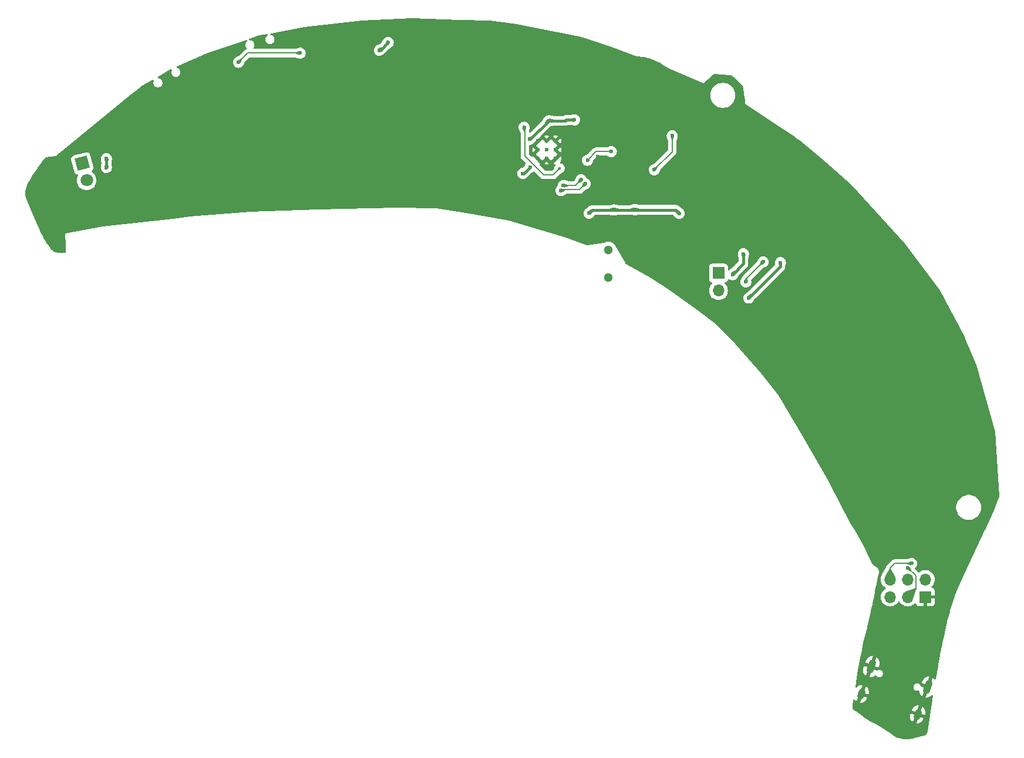
<source format=gbr>
%TF.GenerationSoftware,KiCad,Pcbnew,8.0.4-8.0.4-0~ubuntu22.04.1*%
%TF.CreationDate,2024-11-20T16:55:02+01:00*%
%TF.ProjectId,HH2025badge,48483230-3235-4626-9164-67652e6b6963,rev?*%
%TF.SameCoordinates,Original*%
%TF.FileFunction,Copper,L2,Bot*%
%TF.FilePolarity,Positive*%
%FSLAX46Y46*%
G04 Gerber Fmt 4.6, Leading zero omitted, Abs format (unit mm)*
G04 Created by KiCad (PCBNEW 8.0.4-8.0.4-0~ubuntu22.04.1) date 2024-11-20 16:55:02*
%MOMM*%
%LPD*%
G01*
G04 APERTURE LIST*
G04 Aperture macros list*
%AMHorizOval*
0 Thick line with rounded ends*
0 $1 width*
0 $2 $3 position (X,Y) of the first rounded end (center of the circle)*
0 $4 $5 position (X,Y) of the second rounded end (center of the circle)*
0 Add line between two ends*
20,1,$1,$2,$3,$4,$5,0*
0 Add two circle primitives to create the rounded ends*
1,1,$1,$2,$3*
1,1,$1,$4,$5*%
%AMRotRect*
0 Rectangle, with rotation*
0 The origin of the aperture is its center*
0 $1 length*
0 $2 width*
0 $3 Rotation angle, in degrees counterclockwise*
0 Add horizontal line*
21,1,$1,$2,0,0,$3*%
G04 Aperture macros list end*
%TA.AperFunction,ComponentPad*%
%ADD10RotRect,1.800000X1.800000X285.000000*%
%TD*%
%TA.AperFunction,ComponentPad*%
%ADD11C,1.800000*%
%TD*%
%TA.AperFunction,ComponentPad*%
%ADD12C,1.300000*%
%TD*%
%TA.AperFunction,ComponentPad*%
%ADD13HorizOval,1.000000X-0.188111X-0.516831X0.188111X0.516831X0*%
%TD*%
%TA.AperFunction,ComponentPad*%
%ADD14HorizOval,1.000000X-0.102606X-0.281908X0.102606X0.281908X0*%
%TD*%
%TA.AperFunction,ComponentPad*%
%ADD15C,0.600000*%
%TD*%
%TA.AperFunction,ComponentPad*%
%ADD16R,1.700000X1.700000*%
%TD*%
%TA.AperFunction,ComponentPad*%
%ADD17O,1.700000X1.700000*%
%TD*%
%TA.AperFunction,ViaPad*%
%ADD18C,0.600000*%
%TD*%
%TA.AperFunction,ViaPad*%
%ADD19C,0.800000*%
%TD*%
%TA.AperFunction,ViaPad*%
%ADD20C,0.450000*%
%TD*%
%TA.AperFunction,Conductor*%
%ADD21C,0.400000*%
%TD*%
%TA.AperFunction,Conductor*%
%ADD22C,0.200000*%
%TD*%
G04 APERTURE END LIST*
D10*
%TO.P,D4,1,K*%
%TO.N,Net-(D4-K)*%
X140005006Y-51473444D03*
D11*
%TO.P,D4,2,A*%
%TO.N,+3V3*%
X140662407Y-53926895D03*
%TD*%
D12*
%TO.P,S1,*%
%TO.N,*%
X215900000Y-67930000D03*
X215900000Y-63930000D03*
%TD*%
D13*
%TO.P,J2,S1,SHIELD*%
%TO.N,GND*%
X253805051Y-124105235D03*
D14*
X252375407Y-128033150D03*
D13*
X261923995Y-127060289D03*
D14*
X260494351Y-130988204D03*
%TD*%
D15*
%TO.P,U1,57,GND*%
%TO.N,GND*%
X205735000Y-48250000D03*
X205735000Y-49525000D03*
X205735000Y-50800000D03*
X207010000Y-48250000D03*
X207010000Y-49525000D03*
X207010000Y-50800000D03*
X208285000Y-48250000D03*
X208285000Y-49525000D03*
X208285000Y-50800000D03*
%TD*%
D16*
%TO.P,M1,1,+*%
%TO.N,+3V3*%
X231775000Y-67305000D03*
D17*
%TO.P,M1,2,-*%
%TO.N,Net-(D13-A)*%
X231775000Y-69845000D03*
%TD*%
D16*
%TO.P,J3,1,Pin_1*%
%TO.N,GND*%
X261605000Y-114051000D03*
D17*
%TO.P,J3,2,Pin_2*%
%TO.N,+3V3*%
X261605000Y-111511000D03*
%TO.P,J3,3,Pin_3*%
%TO.N,SAOCLK*%
X259065000Y-114051000D03*
%TO.P,J3,4,Pin_4*%
%TO.N,SAOSDA*%
X259065000Y-111511000D03*
%TO.P,J3,5,Pin_5*%
%TO.N,SAOGP2*%
X256525000Y-114051000D03*
%TO.P,J3,6,Pin_6*%
%TO.N,SAOGP1*%
X256525000Y-111511000D03*
%TD*%
D18*
%TO.N,GND*%
X187535000Y-37800000D03*
X211100000Y-58700000D03*
X218313000Y-60706000D03*
X165600000Y-55900000D03*
X221500000Y-53900000D03*
X188800000Y-40400000D03*
X214376000Y-50546000D03*
X196540000Y-33660000D03*
X216500000Y-43700000D03*
D19*
X205700000Y-55800000D03*
D18*
X267462000Y-92456000D03*
X211248000Y-42800000D03*
X174244000Y-54610000D03*
X176276000Y-54610000D03*
X229900000Y-53700000D03*
X163322000Y-43942000D03*
X237998000Y-61214000D03*
X204640000Y-57305000D03*
X172466000Y-54610000D03*
X186400000Y-36400000D03*
X203300000Y-57200000D03*
X220100000Y-40500000D03*
X222758000Y-55499000D03*
X187500000Y-35300000D03*
X210140000Y-61910000D03*
X151650000Y-42560000D03*
X178390000Y-57400000D03*
X220100000Y-45900000D03*
X182118000Y-43434000D03*
X201295000Y-38735000D03*
X159800000Y-44600000D03*
X257060000Y-120360000D03*
D19*
X236095000Y-56805000D03*
D18*
X224500000Y-51900000D03*
X260858000Y-122021600D03*
X194790000Y-35370000D03*
X168170000Y-57790000D03*
X200900000Y-46400000D03*
X263050000Y-107650000D03*
X213348000Y-42800000D03*
X203047600Y-33807400D03*
X134137400Y-59639200D03*
X157400000Y-45900000D03*
X225900000Y-54800000D03*
D19*
X230600000Y-58300000D03*
D18*
X193400000Y-40400000D03*
X223574000Y-53180000D03*
X156200000Y-51435000D03*
X201752200Y-54051200D03*
X203470000Y-55984999D03*
X215366600Y-35458400D03*
X214600000Y-42700000D03*
D19*
X208100000Y-59700000D03*
D18*
X169418000Y-50038000D03*
X222885000Y-44323000D03*
X158242000Y-40894000D03*
D19*
X226000000Y-64300000D03*
D18*
X220800000Y-53200000D03*
X181102000Y-55880000D03*
X209350000Y-58635000D03*
X178144936Y-51398936D03*
X153670000Y-40132000D03*
X137100000Y-58900000D03*
X233680000Y-54356000D03*
X218700000Y-50800000D03*
D19*
X226905862Y-68042000D03*
D18*
X218186000Y-55753000D03*
X137300000Y-62600000D03*
X199390000Y-50800000D03*
D19*
X144700000Y-57658000D03*
D18*
X225044000Y-43942000D03*
X194700000Y-41800000D03*
X260160000Y-100010000D03*
X220268800Y-64897000D03*
X215138000Y-60706000D03*
X212248000Y-42800000D03*
X173736000Y-36322000D03*
X163200000Y-51310000D03*
X139700000Y-58100000D03*
X232820000Y-56580000D03*
X211600000Y-59200000D03*
X170434000Y-54610000D03*
X220100000Y-43400000D03*
X211963000Y-47371000D03*
X254558800Y-104165400D03*
X188900000Y-36425000D03*
X221700000Y-64600000D03*
D19*
X205710000Y-53998305D03*
D18*
X194790000Y-37540000D03*
X159100000Y-46300000D03*
X231700000Y-57300000D03*
X221800000Y-39200000D03*
X193690000Y-36425000D03*
X187600000Y-41800000D03*
X199390000Y-41910000D03*
X210248000Y-42800000D03*
X140716000Y-47498000D03*
X194700000Y-39100000D03*
X223520000Y-60706000D03*
X218313000Y-48895000D03*
X182118000Y-39370000D03*
X187500000Y-39000000D03*
X210200000Y-59400000D03*
X186500000Y-40640000D03*
X158000000Y-44300000D03*
X264261600Y-118110000D03*
%TO.N,+3V3*%
X182880000Y-35158002D03*
X226100000Y-58700000D03*
X211014573Y-45197128D03*
X235374603Y-64522692D03*
X203560000Y-52930000D03*
X233800000Y-67530000D03*
X207325000Y-45325000D03*
X204588520Y-52039929D03*
X216310000Y-49764000D03*
X212882941Y-51023772D03*
X143510000Y-52073444D03*
X213100000Y-58672000D03*
X219690000Y-58160000D03*
X184150000Y-34036000D03*
X204510000Y-48000000D03*
X216700000Y-58200000D03*
X143510000Y-50800000D03*
D20*
%TO.N,RESET*%
X208873569Y-52195537D03*
D18*
X203735000Y-46255000D03*
%TO.N,Net-(D7-K)*%
X222500000Y-52400000D03*
X225100000Y-47498000D03*
%TO.N,VBAT*%
X240700000Y-65800000D03*
X236128000Y-70908894D03*
%TO.N,SAOGP1*%
X259615000Y-109220000D03*
%TO.N,SAOCLK*%
X259080000Y-109855000D03*
%TO.N,SWITCH2*%
X171450000Y-35560000D03*
X162572501Y-36876653D03*
%TO.N,Net-(SW5-B)*%
X235712000Y-68580000D03*
X238200000Y-65700000D03*
%TO.N,/SWCLK_1*%
X212555806Y-54435221D03*
X209052078Y-55397222D03*
%TO.N,/SWD_1*%
X211955808Y-53835221D03*
X209406473Y-54680000D03*
%TD*%
D21*
%TO.N,+3V3*%
X143510000Y-50800000D02*
X143510000Y-52073444D01*
X219710000Y-58180000D02*
X225580000Y-58180000D01*
X213572000Y-58200000D02*
X216700000Y-58200000D01*
X233800000Y-67500000D02*
X235374603Y-65925397D01*
X219650000Y-58200000D02*
X216700000Y-58200000D01*
D22*
X212882941Y-51023772D02*
X214142713Y-49764000D01*
D21*
X182880000Y-35158002D02*
X183027998Y-35158002D01*
X183027998Y-35158002D02*
X184150000Y-34036000D01*
X203698449Y-52930000D02*
X204588520Y-52039929D01*
X204510000Y-48000000D02*
X204650000Y-48000000D01*
X207325000Y-45325000D02*
X209696256Y-45325000D01*
X213100000Y-58672000D02*
X213572000Y-58200000D01*
X209696256Y-45325000D02*
X209824128Y-45197128D01*
X219690000Y-58160000D02*
X219710000Y-58180000D01*
X219690000Y-58160000D02*
X219650000Y-58200000D01*
X204650000Y-48000000D02*
X207325000Y-45325000D01*
X209824128Y-45197128D02*
X211014573Y-45197128D01*
X235374603Y-65925397D02*
X235374603Y-64522692D01*
X225580000Y-58180000D02*
X226100000Y-58700000D01*
X203560000Y-52930000D02*
X203698449Y-52930000D01*
X233800000Y-67530000D02*
X233800000Y-67500000D01*
D22*
X214142713Y-49764000D02*
X216310000Y-49764000D01*
%TO.N,RESET*%
X203835000Y-46355000D02*
X203835000Y-50395000D01*
X206580000Y-53140000D02*
X207929106Y-53140000D01*
X203735000Y-46255000D02*
X203835000Y-46355000D01*
X203835000Y-50395000D02*
X206580000Y-53140000D01*
X207929106Y-53140000D02*
X208873569Y-52195537D01*
%TO.N,Net-(D7-K)*%
X222500000Y-52400000D02*
X225100000Y-49800000D01*
X225100000Y-49800000D02*
X225100000Y-47498000D01*
D21*
%TO.N,VBAT*%
X240700000Y-65800000D02*
X240700000Y-66336894D01*
X240700000Y-66336894D02*
X236128000Y-70908894D01*
D22*
%TO.N,SAOGP1*%
X257175000Y-109220000D02*
X256525000Y-109870000D01*
X259615000Y-109220000D02*
X257175000Y-109220000D01*
X256525000Y-109870000D02*
X256525000Y-111511000D01*
%TO.N,SAOCLK*%
X259080000Y-109855000D02*
X260215000Y-110990000D01*
X260215000Y-112901000D02*
X259065000Y-114051000D01*
X260215000Y-110990000D02*
X260215000Y-112901000D01*
%TO.N,SWITCH2*%
X163889154Y-35560000D02*
X171450000Y-35560000D01*
X163889154Y-35560000D02*
X162572501Y-36876653D01*
%TO.N,Net-(SW5-B)*%
X235712000Y-68188000D02*
X235712000Y-68580000D01*
X238200000Y-65700000D02*
X235712000Y-68188000D01*
%TO.N,/SWCLK_1*%
X211711027Y-55280000D02*
X212555806Y-54435221D01*
X209052078Y-55397222D02*
X209169300Y-55280000D01*
X209169300Y-55280000D02*
X211711027Y-55280000D01*
%TO.N,/SWD_1*%
X209406473Y-54680000D02*
X211111029Y-54680000D01*
X211111029Y-54680000D02*
X211955808Y-53835221D01*
%TD*%
%TA.AperFunction,Conductor*%
%TO.N,GND*%
G36*
X194487794Y-30759399D02*
G01*
X194487799Y-30759401D01*
X194487800Y-30759400D01*
X198774584Y-30886227D01*
X198786174Y-30887117D01*
X202662371Y-31368474D01*
X202670776Y-31369813D01*
X205536574Y-31927756D01*
X205537195Y-31927879D01*
X211626375Y-33145715D01*
X211639043Y-33148951D01*
X212850896Y-33527655D01*
X212853122Y-33528374D01*
X215898473Y-34543491D01*
X215901520Y-34544551D01*
X219964000Y-36017200D01*
X220971031Y-36117903D01*
X220988742Y-36120985D01*
X221984439Y-36369909D01*
X222006800Y-36377840D01*
X223511485Y-37080026D01*
X223527822Y-37089215D01*
X224663000Y-37846000D01*
X229616000Y-39954200D01*
X231076662Y-38642079D01*
X231139687Y-38611923D01*
X231165531Y-38610472D01*
X233412604Y-38719553D01*
X233467682Y-38735499D01*
X234062019Y-39071972D01*
X234063449Y-39072795D01*
X234076576Y-39080459D01*
X234101010Y-39099141D01*
X235251358Y-40230631D01*
X235285348Y-40291675D01*
X235286762Y-40298920D01*
X235451979Y-41303989D01*
X235567708Y-42008010D01*
X235583358Y-42103211D01*
X235585000Y-42123325D01*
X235585000Y-42875200D01*
X239420400Y-45440600D01*
X242909736Y-47741539D01*
X242920417Y-47748582D01*
X242930420Y-47755922D01*
X243537549Y-48250000D01*
X246606453Y-50747453D01*
X246610633Y-50751010D01*
X248619781Y-52539500D01*
X250943418Y-54607940D01*
X250997990Y-54656518D01*
X251007142Y-54665559D01*
X258669532Y-63063742D01*
X258677214Y-63073031D01*
X263722394Y-69816841D01*
X263732734Y-69833180D01*
X267256266Y-76500005D01*
X267260903Y-76509791D01*
X267387238Y-76809600D01*
X268957525Y-80536104D01*
X268962719Y-80551019D01*
X271649546Y-90208386D01*
X271653827Y-90233661D01*
X272251857Y-99529009D01*
X272245620Y-99576569D01*
X272118613Y-99953448D01*
X272117420Y-99956825D01*
X271868469Y-100630602D01*
X271867042Y-100634284D01*
X271675204Y-101106656D01*
X271674383Y-101108628D01*
X271473334Y-101580207D01*
X271472646Y-101581792D01*
X271265036Y-102050545D01*
X271264499Y-102051740D01*
X271052115Y-102517908D01*
X271051642Y-102518933D01*
X270212250Y-104317754D01*
X270209922Y-104322020D01*
X270180713Y-104385337D01*
X270180486Y-104385826D01*
X270150995Y-104449026D01*
X270149239Y-104453565D01*
X267309790Y-110608953D01*
X267309567Y-110609434D01*
X266445589Y-112461514D01*
X266439320Y-112473262D01*
X266435981Y-112478782D01*
X266412466Y-112532439D01*
X266411284Y-112535051D01*
X266399323Y-112560691D01*
X266386510Y-112588159D01*
X266384568Y-112594317D01*
X266379887Y-112606776D01*
X266225617Y-112958789D01*
X266219687Y-112970573D01*
X266216153Y-112976751D01*
X266194066Y-113030689D01*
X266192888Y-113033468D01*
X266169499Y-113086840D01*
X266167519Y-113093669D01*
X266163176Y-113106126D01*
X266016299Y-113464811D01*
X266009487Y-113477178D01*
X266010007Y-113477454D01*
X266006201Y-113484626D01*
X265986642Y-113537072D01*
X265985212Y-113540728D01*
X265963989Y-113592560D01*
X265961916Y-113600423D01*
X265961347Y-113600273D01*
X265957962Y-113613976D01*
X265821512Y-113979868D01*
X265815383Y-113991842D01*
X265816043Y-113992169D01*
X265812439Y-113999449D01*
X265794018Y-114053453D01*
X265792843Y-114056744D01*
X265772894Y-114110240D01*
X265771073Y-114118161D01*
X265770355Y-114117996D01*
X265767515Y-114131155D01*
X265728083Y-114246759D01*
X265722999Y-114259358D01*
X265720922Y-114263787D01*
X265702955Y-114320340D01*
X265702137Y-114322822D01*
X265683007Y-114378907D01*
X265682048Y-114383692D01*
X265678648Y-114396854D01*
X265641466Y-114513896D01*
X265636505Y-114526925D01*
X265635269Y-114529690D01*
X265628928Y-114551000D01*
X265618087Y-114587426D01*
X265617461Y-114589458D01*
X265608089Y-114618961D01*
X265599224Y-114646868D01*
X265598692Y-114649850D01*
X265595473Y-114663414D01*
X265182926Y-116049664D01*
X265177601Y-116062059D01*
X265178279Y-116062339D01*
X265175174Y-116069854D01*
X265160473Y-116124933D01*
X265159517Y-116128321D01*
X265143254Y-116182970D01*
X265141972Y-116191000D01*
X265141248Y-116190884D01*
X265139307Y-116204237D01*
X264767166Y-117598528D01*
X264763133Y-117610965D01*
X264760338Y-117618248D01*
X264746821Y-117674594D01*
X264746050Y-117677639D01*
X264731096Y-117733670D01*
X264730084Y-117741417D01*
X264727710Y-117754265D01*
X264391522Y-119155719D01*
X264387683Y-119168602D01*
X264385766Y-119173953D01*
X264373300Y-119231546D01*
X264372687Y-119234235D01*
X264358939Y-119291551D01*
X264358349Y-119297174D01*
X264356220Y-119310463D01*
X264051280Y-120719363D01*
X264047601Y-120732707D01*
X264046465Y-120736077D01*
X264034913Y-120794873D01*
X264034434Y-120797194D01*
X264021762Y-120855745D01*
X264021469Y-120859299D01*
X264019563Y-120873004D01*
X263741450Y-122288519D01*
X263737913Y-122302293D01*
X263737450Y-122303743D01*
X263726668Y-122363671D01*
X263726302Y-122365617D01*
X263714559Y-122425386D01*
X263714465Y-122426886D01*
X263712754Y-122441007D01*
X263457048Y-123862304D01*
X263453792Y-123875930D01*
X263453043Y-123878429D01*
X263443403Y-123938036D01*
X263443035Y-123940192D01*
X263432347Y-123999600D01*
X263432225Y-124002203D01*
X263430773Y-124016147D01*
X263129009Y-125882321D01*
X263098875Y-125945359D01*
X263039445Y-125982098D01*
X262969586Y-125980874D01*
X262911478Y-125942076D01*
X262906600Y-125935849D01*
X262860315Y-125872723D01*
X262860309Y-125872717D01*
X262715086Y-125739644D01*
X262715076Y-125739637D01*
X262678741Y-125717589D01*
X262404142Y-126472044D01*
X262400690Y-126452467D01*
X262367307Y-126380877D01*
X262316532Y-126320366D01*
X262251826Y-126275059D01*
X262177598Y-126248042D01*
X262098907Y-126241157D01*
X262021115Y-126254874D01*
X261949525Y-126288257D01*
X261934293Y-126301037D01*
X262208895Y-125546579D01*
X262166883Y-125540112D01*
X261970088Y-125548705D01*
X261778752Y-125595525D01*
X261778744Y-125595528D01*
X261600222Y-125678774D01*
X261441371Y-125795248D01*
X261441365Y-125795254D01*
X261308292Y-125940477D01*
X261308282Y-125940491D01*
X261206101Y-126108882D01*
X261206100Y-126108883D01*
X261069807Y-126483344D01*
X261727592Y-126722758D01*
X261556582Y-127192606D01*
X260973980Y-126980556D01*
X260917716Y-126939130D01*
X260896616Y-126896125D01*
X260894052Y-126886555D01*
X260888652Y-126866401D01*
X260819469Y-126746572D01*
X260721629Y-126648732D01*
X260721628Y-126648731D01*
X260721625Y-126648729D01*
X260601802Y-126579550D01*
X260601801Y-126579549D01*
X260601800Y-126579549D01*
X260468147Y-126543737D01*
X260329781Y-126543737D01*
X260196128Y-126579549D01*
X260196125Y-126579550D01*
X260076302Y-126648729D01*
X260076297Y-126648733D01*
X259978460Y-126746570D01*
X259978456Y-126746575D01*
X259909277Y-126866398D01*
X259909276Y-126866401D01*
X259873464Y-127000054D01*
X259873464Y-127138420D01*
X259900513Y-127239366D01*
X259909276Y-127272072D01*
X259909277Y-127272075D01*
X259978456Y-127391898D01*
X259978458Y-127391901D01*
X259978459Y-127391902D01*
X260076299Y-127489742D01*
X260196128Y-127558925D01*
X260329781Y-127594737D01*
X260329783Y-127594737D01*
X260468144Y-127594737D01*
X260468147Y-127594737D01*
X260583374Y-127563862D01*
X260653219Y-127565525D01*
X260711081Y-127604687D01*
X260738586Y-127668915D01*
X260739345Y-127678228D01*
X260741131Y-127719137D01*
X260787951Y-127910473D01*
X260787954Y-127910481D01*
X260871200Y-128089003D01*
X260987677Y-128247857D01*
X261132913Y-128380940D01*
X261169247Y-128402987D01*
X261443847Y-127648529D01*
X261447300Y-127668111D01*
X261480683Y-127739701D01*
X261531458Y-127800212D01*
X261596164Y-127845519D01*
X261670392Y-127872536D01*
X261749083Y-127879421D01*
X261826875Y-127865704D01*
X261898465Y-127832321D01*
X261913692Y-127819543D01*
X261639094Y-128573997D01*
X261681113Y-128580464D01*
X261877901Y-128571872D01*
X262069237Y-128525052D01*
X262069245Y-128525049D01*
X262247767Y-128441803D01*
X262406621Y-128325326D01*
X262526657Y-128194330D01*
X262586461Y-128158202D01*
X262656304Y-128160141D01*
X262714011Y-128199533D01*
X262741260Y-128263870D01*
X262740523Y-128297691D01*
X261921015Y-133420416D01*
X261920629Y-133422693D01*
X261905917Y-133504818D01*
X261904520Y-133511538D01*
X261888206Y-133580402D01*
X261886788Y-133585836D01*
X261879802Y-133610323D01*
X261878647Y-133614138D01*
X261870043Y-133640993D01*
X261868709Y-133644929D01*
X261859801Y-133669828D01*
X261858266Y-133673894D01*
X261849109Y-133696912D01*
X261847364Y-133701075D01*
X261837980Y-133722372D01*
X261836009Y-133726626D01*
X261826465Y-133746241D01*
X261824269Y-133750538D01*
X261814578Y-133768630D01*
X261812140Y-133772970D01*
X261802270Y-133789742D01*
X261799595Y-133794081D01*
X261789561Y-133809632D01*
X261786656Y-133813935D01*
X261776384Y-133828480D01*
X261773246Y-133832727D01*
X261762684Y-133846407D01*
X261759340Y-133850552D01*
X261748384Y-133863548D01*
X261744840Y-133867572D01*
X261733374Y-133880037D01*
X261729659Y-133883904D01*
X261717516Y-133896010D01*
X261713652Y-133899700D01*
X261700679Y-133911564D01*
X261696703Y-133915048D01*
X261682780Y-133926731D01*
X261678721Y-133929993D01*
X261663633Y-133941610D01*
X261659515Y-133944648D01*
X261643106Y-133956236D01*
X261638964Y-133959037D01*
X261620986Y-133970676D01*
X261616853Y-133973239D01*
X261597217Y-133984885D01*
X261593116Y-133987213D01*
X261571710Y-133998832D01*
X261567672Y-134000928D01*
X261544274Y-134012538D01*
X261540315Y-134014417D01*
X261521434Y-134022967D01*
X261515539Y-134025638D01*
X261514863Y-134025944D01*
X261511021Y-134027606D01*
X261495461Y-134034026D01*
X261483359Y-134039019D01*
X261479614Y-134040493D01*
X261449716Y-134051707D01*
X261446086Y-134053004D01*
X261413890Y-134063951D01*
X261410401Y-134065081D01*
X261375787Y-134075719D01*
X261372439Y-134076696D01*
X261329755Y-134088511D01*
X261328752Y-134088784D01*
X260005779Y-134443078D01*
X259999134Y-134444663D01*
X259796181Y-134487192D01*
X259792088Y-134487978D01*
X259585659Y-134524040D01*
X259581142Y-134524744D01*
X259378775Y-134552453D01*
X259373823Y-134553030D01*
X259175601Y-134572093D01*
X259170211Y-134572493D01*
X258976157Y-134582647D01*
X258970336Y-134582814D01*
X258780392Y-134583824D01*
X258774162Y-134583701D01*
X258588150Y-134575336D01*
X258581553Y-134574863D01*
X258399262Y-134556888D01*
X258392350Y-134556009D01*
X258213495Y-134528157D01*
X258206345Y-134526828D01*
X258030465Y-134488763D01*
X258023169Y-134486951D01*
X257849834Y-134438273D01*
X257842495Y-134435964D01*
X257671155Y-134376156D01*
X257663885Y-134373359D01*
X257493984Y-134301793D01*
X257486905Y-134298545D01*
X257317938Y-134214488D01*
X257311125Y-134210829D01*
X257142673Y-134113467D01*
X257136216Y-134109466D01*
X257056783Y-134056815D01*
X256958787Y-133991859D01*
X256956292Y-133990161D01*
X256952074Y-133987213D01*
X256314677Y-133541701D01*
X256304236Y-133533440D01*
X256282638Y-133518740D01*
X256252352Y-133498127D01*
X256251197Y-133497330D01*
X256200365Y-133461802D01*
X256199853Y-133461444D01*
X256188432Y-133454623D01*
X256133977Y-133417560D01*
X256124501Y-133410244D01*
X256071407Y-133374965D01*
X256070325Y-133374238D01*
X256018674Y-133339084D01*
X256017590Y-133338346D01*
X256007227Y-133332321D01*
X255952096Y-133295690D01*
X255940518Y-133286982D01*
X255940333Y-133286825D01*
X255940331Y-133286823D01*
X255888635Y-133253511D01*
X255887221Y-133252585D01*
X255835937Y-133218510D01*
X255835695Y-133218392D01*
X255823105Y-133211283D01*
X255766512Y-133174815D01*
X255755095Y-133166499D01*
X255753547Y-133165230D01*
X255741091Y-133157496D01*
X255701956Y-133133196D01*
X255700321Y-133132162D01*
X255649269Y-133099265D01*
X255649266Y-133099263D01*
X255647459Y-133098409D01*
X255635037Y-133091646D01*
X255576456Y-133055272D01*
X255573727Y-133053325D01*
X255513362Y-133016094D01*
X255513047Y-133015899D01*
X255452555Y-132978339D01*
X255449574Y-132976754D01*
X255141069Y-132786486D01*
X255129975Y-132777738D01*
X255129617Y-132778208D01*
X255123156Y-132773278D01*
X255123154Y-132773276D01*
X255112468Y-132767145D01*
X255074564Y-132745396D01*
X255071185Y-132743385D01*
X255023567Y-132714017D01*
X255016151Y-132710690D01*
X255016392Y-132710152D01*
X255003416Y-132704575D01*
X254691830Y-132525799D01*
X254679776Y-132517919D01*
X254679220Y-132517507D01*
X254651432Y-132502104D01*
X254625603Y-132487786D01*
X254624098Y-132486937D01*
X254570865Y-132456394D01*
X254570862Y-132456393D01*
X254570208Y-132456124D01*
X254557242Y-132449891D01*
X253748351Y-132001499D01*
X253746330Y-132000354D01*
X253324093Y-131755848D01*
X253321537Y-131754326D01*
X253119586Y-131630819D01*
X253117325Y-131629403D01*
X252918015Y-131501540D01*
X252915375Y-131499798D01*
X252720733Y-131367802D01*
X252717747Y-131365713D01*
X252527981Y-131228714D01*
X252524694Y-131226257D01*
X252510570Y-131215332D01*
X259388399Y-131215332D01*
X259388399Y-131215335D01*
X259396992Y-131412130D01*
X259443812Y-131603465D01*
X259443815Y-131603473D01*
X259527061Y-131781995D01*
X259643535Y-131940846D01*
X259643541Y-131940852D01*
X259788767Y-132073927D01*
X259788771Y-132073930D01*
X259825108Y-132095980D01*
X260099708Y-131341521D01*
X260103161Y-131361103D01*
X260136544Y-131432693D01*
X260187319Y-131493204D01*
X260252025Y-131538511D01*
X260326253Y-131565528D01*
X260404944Y-131572413D01*
X260482736Y-131558696D01*
X260554326Y-131525313D01*
X260569553Y-131512535D01*
X260294955Y-132266989D01*
X260336974Y-132273456D01*
X260533763Y-132264864D01*
X260725098Y-132218044D01*
X260725106Y-132218041D01*
X260903628Y-132134795D01*
X261062479Y-132018321D01*
X261062485Y-132018315D01*
X261195558Y-131873092D01*
X261195568Y-131873078D01*
X261297748Y-131704688D01*
X261297754Y-131704676D01*
X261348538Y-131565147D01*
X260690753Y-131325732D01*
X260861763Y-130855886D01*
X261519547Y-131095299D01*
X261570334Y-130955764D01*
X261600302Y-130761069D01*
X261591709Y-130564278D01*
X261544889Y-130372942D01*
X261544886Y-130372934D01*
X261461643Y-130194420D01*
X261345160Y-130035555D01*
X261199937Y-129902482D01*
X261199927Y-129902475D01*
X261163592Y-129880427D01*
X260888992Y-130634881D01*
X260885541Y-130615306D01*
X260852158Y-130543715D01*
X260801383Y-130483204D01*
X260736677Y-130437897D01*
X260662449Y-130410880D01*
X260583758Y-130403995D01*
X260505966Y-130417712D01*
X260434376Y-130451095D01*
X260419143Y-130463876D01*
X260693745Y-129709418D01*
X260651734Y-129702951D01*
X260454937Y-129711544D01*
X260263604Y-129758363D01*
X260263594Y-129758366D01*
X260085081Y-129841609D01*
X259926216Y-129958092D01*
X259793143Y-130103315D01*
X259793133Y-130103329D01*
X259690952Y-130271720D01*
X259690951Y-130271722D01*
X259640163Y-130411260D01*
X260297947Y-130650674D01*
X260126938Y-131120520D01*
X259469153Y-130881106D01*
X259418366Y-131020642D01*
X259388399Y-131215332D01*
X252510570Y-131215332D01*
X252353716Y-131094000D01*
X252339962Y-131083361D01*
X252336442Y-131080533D01*
X252195356Y-130962910D01*
X252178055Y-130945285D01*
X252175930Y-130942637D01*
X252138481Y-130915181D01*
X252132403Y-130910426D01*
X252096747Y-130880700D01*
X252096742Y-130880696D01*
X252093657Y-130879270D01*
X252072390Y-130866726D01*
X252020010Y-130828323D01*
X252018282Y-130826877D01*
X251960083Y-130784389D01*
X251959880Y-130784240D01*
X251939901Y-130769592D01*
X251931718Y-130762814D01*
X251928537Y-130760544D01*
X251879274Y-130725387D01*
X251878346Y-130724717D01*
X251855151Y-130707783D01*
X251845323Y-130699808D01*
X251845317Y-130699802D01*
X251835557Y-130693097D01*
X251795516Y-130665589D01*
X251793775Y-130664370D01*
X251767040Y-130645291D01*
X251758419Y-130638544D01*
X251757055Y-130637376D01*
X251708317Y-130605640D01*
X251705767Y-130603934D01*
X251673773Y-130581955D01*
X251666280Y-130576381D01*
X251664599Y-130575029D01*
X251616515Y-130545792D01*
X251613313Y-130543777D01*
X251574042Y-130518206D01*
X251567541Y-130513670D01*
X251567180Y-130513400D01*
X251567178Y-130513398D01*
X251567175Y-130513396D01*
X251567172Y-130513394D01*
X251519509Y-130486715D01*
X251515654Y-130484465D01*
X251468954Y-130456070D01*
X251461516Y-130452790D01*
X251461679Y-130452419D01*
X251447902Y-130446635D01*
X251425024Y-130433828D01*
X251424377Y-130433463D01*
X251406857Y-130423478D01*
X251357300Y-130395234D01*
X251351109Y-130391460D01*
X251305751Y-130361951D01*
X251299106Y-130357311D01*
X251258075Y-130326622D01*
X251252887Y-130322521D01*
X251241958Y-130313399D01*
X251238431Y-130310341D01*
X251225186Y-130298412D01*
X251221657Y-130295106D01*
X251210184Y-130283929D01*
X251206653Y-130280347D01*
X251196746Y-130269879D01*
X251193246Y-130266022D01*
X251184709Y-130256207D01*
X251181291Y-130252102D01*
X251177639Y-130247519D01*
X251173945Y-130242882D01*
X251170644Y-130238546D01*
X251164317Y-130229844D01*
X251161138Y-130225258D01*
X251155617Y-130216898D01*
X251152631Y-130212147D01*
X251147768Y-130204004D01*
X251145005Y-130199126D01*
X251140613Y-130190943D01*
X251138058Y-130185906D01*
X251134078Y-130177599D01*
X251131762Y-130172471D01*
X251128040Y-130163697D01*
X251125982Y-130158523D01*
X251122479Y-130149109D01*
X251120680Y-130143926D01*
X251117370Y-130133659D01*
X251115856Y-130128594D01*
X251112710Y-130117160D01*
X251111450Y-130112173D01*
X251108529Y-130099492D01*
X251107509Y-130094605D01*
X251104859Y-130080479D01*
X251104056Y-130075679D01*
X251102581Y-130065656D01*
X251101761Y-130058741D01*
X251099670Y-130035555D01*
X251097914Y-130016080D01*
X251097441Y-130007553D01*
X251096519Y-129963452D01*
X251096597Y-129955775D01*
X251098743Y-129903848D01*
X251099215Y-129897021D01*
X251105534Y-129831975D01*
X251105977Y-129828066D01*
X251222137Y-128934708D01*
X251250300Y-128870771D01*
X251308563Y-128832206D01*
X251378427Y-128831263D01*
X251437709Y-128868241D01*
X251445100Y-128877379D01*
X251524591Y-128985791D01*
X251524597Y-128985798D01*
X251669823Y-129118873D01*
X251669827Y-129118876D01*
X251706164Y-129140926D01*
X251980764Y-128386469D01*
X251984217Y-128406049D01*
X252017600Y-128477639D01*
X252068375Y-128538150D01*
X252133081Y-128583457D01*
X252207309Y-128610474D01*
X252286000Y-128617359D01*
X252363792Y-128603642D01*
X252435382Y-128570259D01*
X252450609Y-128557481D01*
X252176011Y-129311935D01*
X252218030Y-129318402D01*
X252414819Y-129309810D01*
X252606154Y-129262990D01*
X252606162Y-129262987D01*
X252784684Y-129179741D01*
X252943535Y-129063267D01*
X252943541Y-129063261D01*
X253076614Y-128918038D01*
X253076624Y-128918024D01*
X253178804Y-128749634D01*
X253178810Y-128749622D01*
X253229594Y-128610093D01*
X252571809Y-128370678D01*
X252742819Y-127900832D01*
X253400603Y-128140245D01*
X253451390Y-128000710D01*
X253481358Y-127806015D01*
X253472765Y-127609224D01*
X253425945Y-127417888D01*
X253425942Y-127417880D01*
X253342699Y-127239366D01*
X253226216Y-127080501D01*
X253080993Y-126947428D01*
X253080983Y-126947421D01*
X253044648Y-126925373D01*
X252770048Y-127679827D01*
X252766597Y-127660252D01*
X252733214Y-127588661D01*
X252682439Y-127528150D01*
X252617733Y-127482843D01*
X252543505Y-127455826D01*
X252464814Y-127448941D01*
X252387022Y-127462658D01*
X252315432Y-127496041D01*
X252300202Y-127508820D01*
X252574801Y-126754364D01*
X252532790Y-126747897D01*
X252335993Y-126756490D01*
X252144660Y-126803309D01*
X252144650Y-126803312D01*
X251966137Y-126886555D01*
X251807274Y-127003036D01*
X251705973Y-127113587D01*
X251646168Y-127149714D01*
X251576326Y-127147774D01*
X251518619Y-127108382D01*
X251491370Y-127044045D01*
X251491890Y-127011640D01*
X251590013Y-126349624D01*
X251590307Y-126347744D01*
X251877958Y-124605820D01*
X251878279Y-124603966D01*
X251884921Y-124567286D01*
X252613594Y-124567286D01*
X252613594Y-124567289D01*
X252622187Y-124764083D01*
X252669007Y-124955419D01*
X252669010Y-124955427D01*
X252752256Y-125133949D01*
X252868733Y-125292803D01*
X253013969Y-125425886D01*
X253050303Y-125447933D01*
X253324903Y-124693475D01*
X253328356Y-124713057D01*
X253361739Y-124784647D01*
X253412514Y-124845158D01*
X253477220Y-124890465D01*
X253551448Y-124917482D01*
X253630139Y-124924367D01*
X253707931Y-124910650D01*
X253779521Y-124877267D01*
X253794748Y-124864489D01*
X253520150Y-125618943D01*
X253562169Y-125625410D01*
X253758957Y-125616818D01*
X253950293Y-125569998D01*
X253950301Y-125569995D01*
X254128823Y-125486749D01*
X254287676Y-125370273D01*
X254316680Y-125338620D01*
X254376484Y-125302491D01*
X254446327Y-125304429D01*
X254504034Y-125343819D01*
X254515492Y-125360391D01*
X254547033Y-125415022D01*
X254547035Y-125415025D01*
X254547036Y-125415026D01*
X254644876Y-125512866D01*
X254764705Y-125582049D01*
X254898358Y-125617861D01*
X254898360Y-125617861D01*
X255036722Y-125617861D01*
X255036724Y-125617861D01*
X255170377Y-125582049D01*
X255290206Y-125512866D01*
X255388046Y-125415026D01*
X255457229Y-125295197D01*
X255493041Y-125161544D01*
X255493041Y-125023178D01*
X255457229Y-124889525D01*
X255388046Y-124769696D01*
X255290206Y-124671856D01*
X255290205Y-124671855D01*
X255290202Y-124671853D01*
X255170379Y-124602674D01*
X255170378Y-124602673D01*
X255170377Y-124602673D01*
X255036724Y-124566861D01*
X254898358Y-124566861D01*
X254764705Y-124602673D01*
X254764704Y-124602673D01*
X254689538Y-124646070D01*
X254621638Y-124662541D01*
X254585129Y-124655204D01*
X254001453Y-124442763D01*
X254172463Y-123972917D01*
X254830248Y-124212331D01*
X254830248Y-124212330D01*
X254966540Y-123837871D01*
X254996507Y-123643184D01*
X254996507Y-123643181D01*
X254987914Y-123446386D01*
X254941094Y-123255050D01*
X254941091Y-123255042D01*
X254857845Y-123076520D01*
X254741371Y-122917669D01*
X254741365Y-122917663D01*
X254596142Y-122784590D01*
X254596132Y-122784583D01*
X254559797Y-122762535D01*
X254285197Y-123516989D01*
X254281746Y-123497413D01*
X254248363Y-123425823D01*
X254197588Y-123365312D01*
X254132882Y-123320005D01*
X254058654Y-123292988D01*
X253979963Y-123286103D01*
X253902171Y-123299820D01*
X253830581Y-123333203D01*
X253815349Y-123345983D01*
X254089951Y-122591525D01*
X254047939Y-122585058D01*
X253851144Y-122593651D01*
X253659808Y-122640471D01*
X253659800Y-122640474D01*
X253481278Y-122723720D01*
X253322427Y-122840194D01*
X253322421Y-122840200D01*
X253189348Y-122985423D01*
X253189338Y-122985437D01*
X253087157Y-123153828D01*
X253087156Y-123153829D01*
X252950863Y-123528290D01*
X253608648Y-123767704D01*
X253437638Y-124237551D01*
X252779852Y-123998138D01*
X252643561Y-124372596D01*
X252613594Y-124567286D01*
X251884921Y-124567286D01*
X252190992Y-122876823D01*
X252191493Y-122874221D01*
X252198415Y-122840200D01*
X252418656Y-121757617D01*
X252419186Y-121755145D01*
X252452749Y-121605952D01*
X252669542Y-120642265D01*
X252669958Y-120640483D01*
X253193342Y-118477531D01*
X253194358Y-118474262D01*
X253195767Y-118468357D01*
X253195769Y-118468355D01*
X253210902Y-118404964D01*
X253226208Y-118341712D01*
X253226207Y-118341707D01*
X253227646Y-118335764D01*
X253228224Y-118332402D01*
X253729177Y-116234014D01*
X253733079Y-116220919D01*
X253734618Y-116216628D01*
X253734625Y-116216617D01*
X253747255Y-116158396D01*
X253747769Y-116156136D01*
X253761592Y-116098241D01*
X253761591Y-116098233D01*
X253762065Y-116093675D01*
X253764218Y-116080200D01*
X253977430Y-115097387D01*
X253980946Y-115084555D01*
X253983008Y-115078351D01*
X253983011Y-115078347D01*
X253994077Y-115020815D01*
X253994635Y-115018085D01*
X254007060Y-114960816D01*
X254007059Y-114960806D01*
X254007601Y-114954286D01*
X254009407Y-114941122D01*
X254199650Y-113952119D01*
X254203155Y-113938264D01*
X254203539Y-113937039D01*
X254203542Y-113937035D01*
X254214129Y-113876929D01*
X254214467Y-113875094D01*
X254225998Y-113815153D01*
X254225998Y-113815151D01*
X254226075Y-113813858D01*
X254227738Y-113799671D01*
X254262863Y-113600273D01*
X254281875Y-113492336D01*
X254282200Y-113490574D01*
X254284593Y-113478064D01*
X254353568Y-113117449D01*
X254353885Y-113115858D01*
X254510040Y-112361998D01*
X254510190Y-112361289D01*
X254540512Y-112219766D01*
X254692367Y-111510999D01*
X255169341Y-111510999D01*
X255169341Y-111511000D01*
X255189936Y-111746403D01*
X255189938Y-111746413D01*
X255251094Y-111974655D01*
X255251096Y-111974659D01*
X255251097Y-111974663D01*
X255255000Y-111983032D01*
X255350965Y-112188830D01*
X255350967Y-112188834D01*
X255459281Y-112343521D01*
X255486501Y-112382396D01*
X255486506Y-112382402D01*
X255653597Y-112549493D01*
X255653603Y-112549498D01*
X255839158Y-112679425D01*
X255882783Y-112734002D01*
X255889977Y-112803500D01*
X255858454Y-112865855D01*
X255839158Y-112882575D01*
X255653597Y-113012505D01*
X255486505Y-113179597D01*
X255350965Y-113373169D01*
X255350964Y-113373171D01*
X255251098Y-113587335D01*
X255251094Y-113587344D01*
X255189938Y-113815586D01*
X255189936Y-113815596D01*
X255169341Y-114050999D01*
X255169341Y-114051000D01*
X255189936Y-114286403D01*
X255189938Y-114286413D01*
X255251094Y-114514655D01*
X255251096Y-114514659D01*
X255251097Y-114514663D01*
X255320461Y-114663414D01*
X255350965Y-114728830D01*
X255350967Y-114728834D01*
X255413917Y-114818735D01*
X255486505Y-114922401D01*
X255653599Y-115089495D01*
X255730135Y-115143086D01*
X255847165Y-115225032D01*
X255847167Y-115225033D01*
X255847170Y-115225035D01*
X256061337Y-115324903D01*
X256289592Y-115386063D01*
X256460319Y-115401000D01*
X256524999Y-115406659D01*
X256525000Y-115406659D01*
X256525001Y-115406659D01*
X256589681Y-115401000D01*
X256760408Y-115386063D01*
X256988663Y-115324903D01*
X257202830Y-115225035D01*
X257396401Y-115089495D01*
X257563495Y-114922401D01*
X257693425Y-114736842D01*
X257748002Y-114693217D01*
X257817500Y-114686023D01*
X257879855Y-114717546D01*
X257896575Y-114736842D01*
X258026500Y-114922395D01*
X258026505Y-114922401D01*
X258193599Y-115089495D01*
X258270135Y-115143086D01*
X258387165Y-115225032D01*
X258387167Y-115225033D01*
X258387170Y-115225035D01*
X258601337Y-115324903D01*
X258829592Y-115386063D01*
X259000319Y-115401000D01*
X259064999Y-115406659D01*
X259065000Y-115406659D01*
X259065001Y-115406659D01*
X259129681Y-115401000D01*
X259300408Y-115386063D01*
X259528663Y-115324903D01*
X259742830Y-115225035D01*
X259936401Y-115089495D01*
X260058717Y-114967178D01*
X260120036Y-114933696D01*
X260189728Y-114938680D01*
X260245662Y-114980551D01*
X260262577Y-115011528D01*
X260311646Y-115143088D01*
X260311649Y-115143093D01*
X260397809Y-115258187D01*
X260397812Y-115258190D01*
X260512906Y-115344350D01*
X260512913Y-115344354D01*
X260647620Y-115394596D01*
X260647627Y-115394598D01*
X260707155Y-115400999D01*
X260707172Y-115401000D01*
X261355000Y-115401000D01*
X261355000Y-114484012D01*
X261412007Y-114516925D01*
X261539174Y-114551000D01*
X261670826Y-114551000D01*
X261797993Y-114516925D01*
X261855000Y-114484012D01*
X261855000Y-115401000D01*
X262502828Y-115401000D01*
X262502844Y-115400999D01*
X262562372Y-115394598D01*
X262562379Y-115394596D01*
X262697086Y-115344354D01*
X262697093Y-115344350D01*
X262812187Y-115258190D01*
X262812190Y-115258187D01*
X262898350Y-115143093D01*
X262898354Y-115143086D01*
X262948596Y-115008379D01*
X262948598Y-115008372D01*
X262954999Y-114948844D01*
X262955000Y-114948827D01*
X262955000Y-114301000D01*
X262038012Y-114301000D01*
X262070925Y-114243993D01*
X262105000Y-114116826D01*
X262105000Y-113985174D01*
X262070925Y-113858007D01*
X262038012Y-113801000D01*
X262955000Y-113801000D01*
X262955000Y-113153172D01*
X262954999Y-113153155D01*
X262948598Y-113093627D01*
X262948596Y-113093620D01*
X262898354Y-112958913D01*
X262898350Y-112958906D01*
X262812190Y-112843812D01*
X262812187Y-112843809D01*
X262697093Y-112757649D01*
X262697088Y-112757646D01*
X262565528Y-112708577D01*
X262509595Y-112666705D01*
X262485178Y-112601241D01*
X262500030Y-112532968D01*
X262521175Y-112504720D01*
X262643495Y-112382401D01*
X262779035Y-112188830D01*
X262878903Y-111974663D01*
X262940063Y-111746408D01*
X262960659Y-111511000D01*
X262940063Y-111275592D01*
X262878903Y-111047337D01*
X262779035Y-110833171D01*
X262773061Y-110824638D01*
X262643494Y-110639597D01*
X262476402Y-110472506D01*
X262476395Y-110472501D01*
X262462673Y-110462893D01*
X262399985Y-110418998D01*
X262282834Y-110336967D01*
X262282830Y-110336965D01*
X262236815Y-110315508D01*
X262068663Y-110237097D01*
X262068659Y-110237096D01*
X262068655Y-110237094D01*
X261840413Y-110175938D01*
X261840403Y-110175936D01*
X261605001Y-110155341D01*
X261604999Y-110155341D01*
X261369596Y-110175936D01*
X261369586Y-110175938D01*
X261141344Y-110237094D01*
X261141335Y-110237098D01*
X260927171Y-110336964D01*
X260927169Y-110336965D01*
X260733597Y-110472505D01*
X260727850Y-110478253D01*
X260666527Y-110511738D01*
X260596835Y-110506754D01*
X260552488Y-110478253D01*
X260107886Y-110033651D01*
X260074401Y-109972328D01*
X260079385Y-109902636D01*
X260113368Y-109855770D01*
X260112338Y-109854740D01*
X260178464Y-109788614D01*
X260244816Y-109722262D01*
X260340789Y-109569522D01*
X260400368Y-109399255D01*
X260401469Y-109389482D01*
X260420565Y-109220003D01*
X260420565Y-109219996D01*
X260400369Y-109040750D01*
X260400368Y-109040745D01*
X260340788Y-108870476D01*
X260258477Y-108739480D01*
X260244816Y-108717738D01*
X260117262Y-108590184D01*
X259964523Y-108494211D01*
X259794254Y-108434631D01*
X259794249Y-108434630D01*
X259615004Y-108414435D01*
X259614996Y-108414435D01*
X259435746Y-108434631D01*
X259435745Y-108434631D01*
X259356764Y-108462267D01*
X259341338Y-108466569D01*
X259316314Y-108471833D01*
X258932503Y-108611978D01*
X258889972Y-108619500D01*
X257261669Y-108619500D01*
X257261653Y-108619499D01*
X257254057Y-108619499D01*
X257095943Y-108619499D01*
X257016010Y-108640917D01*
X256943216Y-108660422D01*
X256911886Y-108678511D01*
X256911885Y-108678510D01*
X256806287Y-108739477D01*
X256806282Y-108739481D01*
X256156286Y-109389478D01*
X256156282Y-109389482D01*
X256133833Y-109411929D01*
X256130201Y-109415417D01*
X256126611Y-109418725D01*
X256125477Y-109419998D01*
X256120615Y-109425146D01*
X256044479Y-109501283D01*
X255999586Y-109579042D01*
X255999586Y-109579043D01*
X255987081Y-109600702D01*
X255965422Y-109638215D01*
X255965422Y-109638217D01*
X255946736Y-109707948D01*
X255936544Y-109733884D01*
X255368635Y-110806278D01*
X255360630Y-110819367D01*
X255350965Y-110833169D01*
X255327021Y-110884517D01*
X255324224Y-110890139D01*
X255298973Y-110937823D01*
X255288401Y-110958967D01*
X255287934Y-110959958D01*
X255272267Y-111001154D01*
X255268750Y-111009476D01*
X255251097Y-111047335D01*
X255189938Y-111275586D01*
X255189936Y-111275596D01*
X255169341Y-111510999D01*
X254692367Y-111510999D01*
X254823816Y-110897477D01*
X254827076Y-110885318D01*
X254827335Y-110884517D01*
X254836326Y-110856713D01*
X254842291Y-110843613D01*
X254841805Y-110843402D01*
X254845049Y-110835947D01*
X254845048Y-110835947D01*
X254845051Y-110835944D01*
X254853009Y-110808221D01*
X254855332Y-110800982D01*
X254859197Y-110790094D01*
X254861484Y-110784962D01*
X254861474Y-110784958D01*
X254864386Y-110777369D01*
X254870166Y-110753277D01*
X254872762Y-110744045D01*
X254878663Y-110725799D01*
X254878663Y-110725796D01*
X254880947Y-110718734D01*
X254881165Y-110717868D01*
X254883023Y-110712079D01*
X254883026Y-110712073D01*
X254886074Y-110695299D01*
X254888890Y-110683251D01*
X254892318Y-110671316D01*
X254892318Y-110671307D01*
X254892721Y-110668624D01*
X254895558Y-110654972D01*
X254897225Y-110648729D01*
X254897229Y-110648722D01*
X254898761Y-110637022D01*
X254901129Y-110624214D01*
X254904434Y-110610443D01*
X254904433Y-110610433D01*
X254905039Y-110604631D01*
X254905112Y-110602421D01*
X254905886Y-110594116D01*
X254909087Y-110578617D01*
X254908874Y-110578578D01*
X254910354Y-110570585D01*
X254910356Y-110570582D01*
X254910597Y-110565985D01*
X254912425Y-110550299D01*
X254912506Y-110549852D01*
X254913746Y-110543030D01*
X254913745Y-110543022D01*
X254913894Y-110540000D01*
X254914946Y-110528843D01*
X254914967Y-110528685D01*
X254914970Y-110528676D01*
X254915043Y-110519840D01*
X254916090Y-110504764D01*
X254917144Y-110496719D01*
X254917472Y-110489516D01*
X254917903Y-110484828D01*
X254917685Y-110479287D01*
X254918125Y-110462893D01*
X254918444Y-110459472D01*
X254918445Y-110459465D01*
X254918443Y-110459455D01*
X254918375Y-110457653D01*
X254919074Y-110447372D01*
X254918485Y-110447349D01*
X254918815Y-110439229D01*
X254918816Y-110439224D01*
X254918614Y-110437000D01*
X254918280Y-110419327D01*
X254918297Y-110419012D01*
X254918295Y-110419005D01*
X254918296Y-110418998D01*
X254917659Y-110410901D01*
X254919178Y-110410781D01*
X254918684Y-110400031D01*
X254917495Y-110400048D01*
X254917365Y-110390399D01*
X254916712Y-110380815D01*
X254915237Y-110368846D01*
X254915982Y-110368754D01*
X254914278Y-110351179D01*
X254913851Y-110351210D01*
X254913012Y-110339407D01*
X254911802Y-110332362D01*
X254906929Y-110307759D01*
X254906673Y-110304925D01*
X254906170Y-110293769D01*
X254906170Y-110293144D01*
X254905995Y-110291821D01*
X254905147Y-110288047D01*
X254905146Y-110288036D01*
X254905141Y-110288024D01*
X254904926Y-110287064D01*
X254902425Y-110279170D01*
X254901181Y-110274530D01*
X254898241Y-110260255D01*
X254896661Y-110249385D01*
X254896072Y-110243714D01*
X254895804Y-110242348D01*
X254895804Y-110242344D01*
X254890200Y-110225678D01*
X254886257Y-110211038D01*
X254882813Y-110194200D01*
X254882812Y-110194198D01*
X254882529Y-110192813D01*
X254882500Y-110192638D01*
X254882262Y-110191855D01*
X254875884Y-110176287D01*
X254870854Y-110161375D01*
X254866612Y-110145547D01*
X254864577Y-110140108D01*
X254864537Y-110140026D01*
X254858017Y-110126680D01*
X254851901Y-110111774D01*
X254847236Y-110097900D01*
X254847181Y-110097787D01*
X254843845Y-110090369D01*
X254843498Y-110089524D01*
X254836530Y-110077374D01*
X254829350Y-110062687D01*
X254824079Y-110049818D01*
X254823268Y-110048401D01*
X254819565Y-110041422D01*
X254818914Y-110040095D01*
X254818912Y-110040089D01*
X254811424Y-110028831D01*
X254803266Y-110014607D01*
X254797330Y-110002455D01*
X254797325Y-110002450D01*
X254795871Y-110000255D01*
X254791707Y-109993515D01*
X254790945Y-109992190D01*
X254790945Y-109992189D01*
X254782826Y-109981563D01*
X254773792Y-109967971D01*
X254771762Y-109964431D01*
X254767079Y-109956265D01*
X254767077Y-109956263D01*
X254767076Y-109956261D01*
X254765137Y-109953719D01*
X254760391Y-109947050D01*
X254759856Y-109946244D01*
X254750919Y-109935984D01*
X254741171Y-109923208D01*
X254733497Y-109911670D01*
X254731441Y-109909316D01*
X254725970Y-109902590D01*
X254725882Y-109902474D01*
X254715952Y-109892415D01*
X254705665Y-109880585D01*
X254696865Y-109869068D01*
X254696864Y-109869067D01*
X254696861Y-109869063D01*
X254696856Y-109869059D01*
X254695073Y-109867269D01*
X254689613Y-109861357D01*
X254678245Y-109851144D01*
X254667615Y-109840351D01*
X254661531Y-109833368D01*
X254657520Y-109828763D01*
X254657514Y-109828759D01*
X254656297Y-109827684D01*
X254651303Y-109822896D01*
X254638118Y-109812352D01*
X254627312Y-109802618D01*
X254615761Y-109790915D01*
X254615432Y-109790660D01*
X254611185Y-109787038D01*
X254605428Y-109782927D01*
X254595827Y-109776072D01*
X254585034Y-109767415D01*
X254571899Y-109755616D01*
X254571896Y-109755613D01*
X254570327Y-109754538D01*
X254562551Y-109750035D01*
X254554514Y-109744776D01*
X254544965Y-109737858D01*
X254526266Y-109722905D01*
X254526267Y-109722905D01*
X254526265Y-109722904D01*
X254526262Y-109722902D01*
X254526261Y-109722902D01*
X254525421Y-109722534D01*
X254503112Y-109709866D01*
X254479072Y-109692700D01*
X254479068Y-109692698D01*
X254471901Y-109688883D01*
X254472002Y-109688692D01*
X254457899Y-109681546D01*
X254441102Y-109670554D01*
X254437300Y-109667964D01*
X254374266Y-109623290D01*
X254370894Y-109620813D01*
X254308775Y-109573528D01*
X254305800Y-109571190D01*
X254244180Y-109521227D01*
X254241643Y-109519114D01*
X254180130Y-109466417D01*
X254178058Y-109464600D01*
X254117945Y-109410648D01*
X254115574Y-109408462D01*
X253987672Y-109287440D01*
X253985675Y-109285508D01*
X253818175Y-109119748D01*
X253792661Y-109083250D01*
X253773193Y-109040750D01*
X252552200Y-106375200D01*
X252552198Y-106375197D01*
X252552196Y-106375192D01*
X251414112Y-104445399D01*
X250801096Y-103405937D01*
X250798223Y-103400789D01*
X250543644Y-102917898D01*
X249532216Y-100999395D01*
X266042500Y-100999395D01*
X266042500Y-101235404D01*
X266042501Y-101235420D01*
X266073306Y-101469410D01*
X266134394Y-101697393D01*
X266224714Y-101915445D01*
X266224719Y-101915456D01*
X266295156Y-102037454D01*
X266342727Y-102119850D01*
X266342729Y-102119853D01*
X266342730Y-102119854D01*
X266486406Y-102307097D01*
X266486412Y-102307104D01*
X266653295Y-102473987D01*
X266653302Y-102473993D01*
X266763306Y-102558401D01*
X266840550Y-102617673D01*
X266971918Y-102693518D01*
X267044943Y-102735680D01*
X267044948Y-102735682D01*
X267044951Y-102735684D01*
X267263007Y-102826006D01*
X267490986Y-102887093D01*
X267724989Y-102917900D01*
X267724996Y-102917900D01*
X267961004Y-102917900D01*
X267961011Y-102917900D01*
X268195014Y-102887093D01*
X268422993Y-102826006D01*
X268641049Y-102735684D01*
X268845450Y-102617673D01*
X269032699Y-102473992D01*
X269199592Y-102307099D01*
X269343273Y-102119850D01*
X269461284Y-101915449D01*
X269551606Y-101697393D01*
X269612693Y-101469414D01*
X269643500Y-101235411D01*
X269643500Y-100999389D01*
X269612693Y-100765386D01*
X269551606Y-100537407D01*
X269461284Y-100319351D01*
X269461282Y-100319348D01*
X269461280Y-100319343D01*
X269419118Y-100246318D01*
X269343273Y-100114950D01*
X269220634Y-99955123D01*
X269199593Y-99927702D01*
X269199587Y-99927695D01*
X269032704Y-99760812D01*
X269032697Y-99760806D01*
X268845454Y-99617130D01*
X268845453Y-99617129D01*
X268845450Y-99617127D01*
X268763957Y-99570077D01*
X268641056Y-99499119D01*
X268641045Y-99499114D01*
X268422993Y-99408794D01*
X268195010Y-99347706D01*
X267961020Y-99316901D01*
X267961017Y-99316900D01*
X267961011Y-99316900D01*
X267724989Y-99316900D01*
X267724983Y-99316900D01*
X267724979Y-99316901D01*
X267490989Y-99347706D01*
X267263006Y-99408794D01*
X267044954Y-99499114D01*
X267044943Y-99499119D01*
X266840545Y-99617130D01*
X266653302Y-99760806D01*
X266653295Y-99760812D01*
X266486412Y-99927695D01*
X266486406Y-99927702D01*
X266342730Y-100114945D01*
X266224719Y-100319343D01*
X266224714Y-100319354D01*
X266134394Y-100537406D01*
X266073306Y-100765389D01*
X266042501Y-100999379D01*
X266042500Y-100999395D01*
X249532216Y-100999395D01*
X247599200Y-97332800D01*
X247599195Y-97332791D01*
X244043212Y-91135220D01*
X240411007Y-84988412D01*
X240411000Y-84988400D01*
X237921800Y-81737200D01*
X233578400Y-76809600D01*
X233259042Y-76509795D01*
X231089206Y-74472806D01*
X231089207Y-74472806D01*
X231089203Y-74472802D01*
X231089200Y-74472800D01*
X229650365Y-73329800D01*
X228371401Y-72313800D01*
X228371388Y-72313791D01*
X224784379Y-69844999D01*
X230419341Y-69844999D01*
X230419341Y-69845000D01*
X230439936Y-70080403D01*
X230439938Y-70080413D01*
X230501094Y-70308655D01*
X230501096Y-70308659D01*
X230501097Y-70308663D01*
X230546779Y-70406628D01*
X230600965Y-70522830D01*
X230600967Y-70522834D01*
X230709281Y-70677521D01*
X230736505Y-70716401D01*
X230903599Y-70883495D01*
X230980750Y-70937517D01*
X231097165Y-71019032D01*
X231097167Y-71019033D01*
X231097170Y-71019035D01*
X231311337Y-71118903D01*
X231539592Y-71180063D01*
X231727918Y-71196539D01*
X231774999Y-71200659D01*
X231775000Y-71200659D01*
X231775001Y-71200659D01*
X231814234Y-71197226D01*
X232010408Y-71180063D01*
X232238663Y-71118903D01*
X232452830Y-71019035D01*
X232610133Y-70908890D01*
X235322435Y-70908890D01*
X235322435Y-70908897D01*
X235342630Y-71088143D01*
X235342631Y-71088148D01*
X235402211Y-71258417D01*
X235471062Y-71367992D01*
X235498184Y-71411156D01*
X235625738Y-71538710D01*
X235778478Y-71634683D01*
X235948745Y-71694262D01*
X235948750Y-71694263D01*
X236127996Y-71714459D01*
X236128000Y-71714459D01*
X236128004Y-71714459D01*
X236307249Y-71694263D01*
X236307252Y-71694262D01*
X236307255Y-71694262D01*
X236477522Y-71634683D01*
X236630262Y-71538710D01*
X236757816Y-71411156D01*
X236782988Y-71371094D01*
X236787071Y-71365003D01*
X237092422Y-70937511D01*
X237105634Y-70921915D01*
X241244113Y-66783437D01*
X241248471Y-66776916D01*
X241320775Y-66668705D01*
X241358817Y-66576863D01*
X241373580Y-66541223D01*
X241385669Y-66480446D01*
X241393666Y-66440243D01*
X241400500Y-66405889D01*
X241400500Y-66283214D01*
X241405619Y-66247955D01*
X241458806Y-66068628D01*
X241465789Y-66042550D01*
X241466713Y-66037379D01*
X241467682Y-66037552D01*
X241471743Y-66018190D01*
X241474188Y-66011204D01*
X241485368Y-65979255D01*
X241496635Y-65879255D01*
X241505565Y-65800003D01*
X241505565Y-65799996D01*
X241485369Y-65620750D01*
X241485368Y-65620745D01*
X241425788Y-65450476D01*
X241368462Y-65359243D01*
X241329816Y-65297738D01*
X241202262Y-65170184D01*
X241174882Y-65152980D01*
X241049523Y-65074211D01*
X240879254Y-65014631D01*
X240879249Y-65014630D01*
X240700004Y-64994435D01*
X240699996Y-64994435D01*
X240520750Y-65014630D01*
X240520745Y-65014631D01*
X240350476Y-65074211D01*
X240197737Y-65170184D01*
X240070184Y-65297737D01*
X239974211Y-65450476D01*
X239914631Y-65620745D01*
X239914630Y-65620750D01*
X239894435Y-65799996D01*
X239894435Y-65800003D01*
X239914630Y-65979246D01*
X239914631Y-65979252D01*
X239928390Y-66018572D01*
X239931951Y-66088351D01*
X239899029Y-66147207D01*
X236114992Y-69931243D01*
X236099385Y-69944465D01*
X235671874Y-70249831D01*
X235665773Y-70253921D01*
X235625740Y-70279075D01*
X235625732Y-70279082D01*
X235612452Y-70292361D01*
X235602891Y-70300801D01*
X235602934Y-70300851D01*
X235599578Y-70303683D01*
X235599569Y-70303691D01*
X235527938Y-70376729D01*
X235527922Y-70376714D01*
X235526620Y-70378193D01*
X235498187Y-70406628D01*
X235498184Y-70406632D01*
X235402211Y-70559370D01*
X235342631Y-70729639D01*
X235342630Y-70729644D01*
X235322435Y-70908890D01*
X232610133Y-70908890D01*
X232646401Y-70883495D01*
X232813495Y-70716401D01*
X232949035Y-70522830D01*
X233048903Y-70308663D01*
X233110063Y-70080408D01*
X233130659Y-69845000D01*
X233110063Y-69609592D01*
X233048903Y-69381337D01*
X232949035Y-69167171D01*
X232889581Y-69082262D01*
X232813496Y-68973600D01*
X232769418Y-68929522D01*
X232691567Y-68851671D01*
X232658084Y-68790351D01*
X232663068Y-68720659D01*
X232704939Y-68664725D01*
X232735915Y-68647810D01*
X232867331Y-68598796D01*
X232892445Y-68579996D01*
X234906435Y-68579996D01*
X234906435Y-68580003D01*
X234926630Y-68759249D01*
X234926631Y-68759254D01*
X234986211Y-68929523D01*
X235013906Y-68973599D01*
X235082184Y-69082262D01*
X235209738Y-69209816D01*
X235362478Y-69305789D01*
X235532745Y-69365368D01*
X235532750Y-69365369D01*
X235711996Y-69385565D01*
X235712000Y-69385565D01*
X235712004Y-69385565D01*
X235891249Y-69365369D01*
X235891252Y-69365368D01*
X235891255Y-69365368D01*
X236061522Y-69305789D01*
X236214262Y-69209816D01*
X236341816Y-69082262D01*
X236437789Y-68929522D01*
X236497368Y-68759255D01*
X236509059Y-68655500D01*
X236517565Y-68580002D01*
X236517565Y-68579998D01*
X236508544Y-68499945D01*
X236507823Y-68489890D01*
X236507484Y-68478916D01*
X236504491Y-68461866D01*
X236503405Y-68454333D01*
X236497368Y-68400745D01*
X236493476Y-68389624D01*
X236488386Y-68370115D01*
X236483219Y-68340679D01*
X236491017Y-68271249D01*
X236517668Y-68231565D01*
X238111950Y-66637283D01*
X238147337Y-66612532D01*
X238517830Y-66440236D01*
X238530117Y-66433878D01*
X238546135Y-66426973D01*
X238549522Y-66425789D01*
X238702262Y-66329816D01*
X238829816Y-66202262D01*
X238925789Y-66049522D01*
X238985368Y-65879255D01*
X238987943Y-65856403D01*
X239005565Y-65700003D01*
X239005565Y-65699996D01*
X238985369Y-65520750D01*
X238985368Y-65520745D01*
X238925789Y-65350478D01*
X238919355Y-65340239D01*
X238842001Y-65217131D01*
X238829816Y-65197738D01*
X238702262Y-65070184D01*
X238680616Y-65056583D01*
X238549523Y-64974211D01*
X238379254Y-64914631D01*
X238379249Y-64914630D01*
X238200004Y-64894435D01*
X238199996Y-64894435D01*
X238020750Y-64914630D01*
X238020745Y-64914631D01*
X237850476Y-64974211D01*
X237697737Y-65070184D01*
X237570184Y-65197737D01*
X237546308Y-65235736D01*
X237474211Y-65350478D01*
X237474210Y-65350479D01*
X237474209Y-65350482D01*
X237471972Y-65356874D01*
X237461539Y-65378080D01*
X237461916Y-65378290D01*
X237459766Y-65382163D01*
X237287463Y-65752663D01*
X237262708Y-65788055D01*
X235343286Y-67707478D01*
X235231481Y-67819282D01*
X235231479Y-67819285D01*
X235181361Y-67906094D01*
X235181359Y-67906096D01*
X235152425Y-67956209D01*
X235152422Y-67956216D01*
X235145724Y-67981213D01*
X235126319Y-68021932D01*
X235101238Y-68056504D01*
X235088554Y-68071366D01*
X235082187Y-68077732D01*
X234986211Y-68230475D01*
X234926631Y-68400745D01*
X234926630Y-68400750D01*
X234906435Y-68579996D01*
X232892445Y-68579996D01*
X232982546Y-68512546D01*
X233068796Y-68397331D01*
X233119091Y-68262483D01*
X233119520Y-68258492D01*
X233120716Y-68255602D01*
X233120874Y-68254938D01*
X233120981Y-68254963D01*
X233146256Y-68193943D01*
X233203648Y-68154094D01*
X233273473Y-68151599D01*
X233308779Y-68166754D01*
X233352051Y-68193943D01*
X233450475Y-68255788D01*
X233620745Y-68315368D01*
X233620750Y-68315369D01*
X233799996Y-68335565D01*
X233800000Y-68335565D01*
X233800004Y-68335565D01*
X233979249Y-68315369D01*
X233979252Y-68315368D01*
X233979255Y-68315368D01*
X234149522Y-68255789D01*
X234302262Y-68159816D01*
X234429816Y-68032262D01*
X234495682Y-67927434D01*
X234502336Y-67917876D01*
X234504272Y-67915353D01*
X234504287Y-67915338D01*
X234748157Y-67546054D01*
X234763940Y-67526715D01*
X235918717Y-66371940D01*
X235995378Y-66257208D01*
X236048183Y-66129725D01*
X236061827Y-66061134D01*
X236075103Y-65994393D01*
X236075103Y-65204791D01*
X236076790Y-65184406D01*
X236098094Y-65056583D01*
X236152927Y-64727579D01*
X236158200Y-64707008D01*
X236159971Y-64701947D01*
X236165390Y-64653843D01*
X236166285Y-64647428D01*
X236170962Y-64619372D01*
X236176049Y-64578780D01*
X236176208Y-64576896D01*
X236176110Y-64566931D01*
X236176883Y-64551838D01*
X236180168Y-64522692D01*
X236173824Y-64466385D01*
X236159972Y-64343442D01*
X236159971Y-64343437D01*
X236136723Y-64276997D01*
X236100392Y-64173170D01*
X236004419Y-64020430D01*
X235876865Y-63892876D01*
X235819236Y-63856665D01*
X235724126Y-63796903D01*
X235553857Y-63737323D01*
X235553852Y-63737322D01*
X235374607Y-63717127D01*
X235374599Y-63717127D01*
X235195353Y-63737322D01*
X235195348Y-63737323D01*
X235025079Y-63796903D01*
X234872340Y-63892876D01*
X234744787Y-64020429D01*
X234648814Y-64173168D01*
X234589234Y-64343437D01*
X234589233Y-64343442D01*
X234569038Y-64522688D01*
X234569038Y-64522695D01*
X234577200Y-64595139D01*
X234577949Y-64606246D01*
X234578242Y-64619365D01*
X234578243Y-64619375D01*
X234582914Y-64647397D01*
X234583821Y-64653899D01*
X234589234Y-64701948D01*
X234591005Y-64707008D01*
X234596276Y-64727574D01*
X234672416Y-65184408D01*
X234674103Y-65204794D01*
X234674103Y-65583877D01*
X234654418Y-65650916D01*
X234637784Y-65671558D01*
X233766357Y-66542984D01*
X233752485Y-66554299D01*
X233752736Y-66554626D01*
X233749226Y-66557315D01*
X233749224Y-66557317D01*
X233603886Y-66668705D01*
X233325169Y-66882315D01*
X233315890Y-66888777D01*
X233315649Y-66888929D01*
X233248444Y-66908043D01*
X233181575Y-66887788D01*
X233136271Y-66834597D01*
X233125499Y-66784047D01*
X233125499Y-66407129D01*
X233125498Y-66407123D01*
X233125497Y-66407116D01*
X233119091Y-66347517D01*
X233088394Y-66265215D01*
X233068797Y-66212671D01*
X233068793Y-66212664D01*
X232982547Y-66097455D01*
X232982544Y-66097452D01*
X232867335Y-66011206D01*
X232867328Y-66011202D01*
X232732482Y-65960908D01*
X232732483Y-65960908D01*
X232672883Y-65954501D01*
X232672881Y-65954500D01*
X232672873Y-65954500D01*
X232672864Y-65954500D01*
X230877129Y-65954500D01*
X230877123Y-65954501D01*
X230817516Y-65960908D01*
X230682671Y-66011202D01*
X230682664Y-66011206D01*
X230567455Y-66097452D01*
X230567452Y-66097455D01*
X230481206Y-66212664D01*
X230481202Y-66212671D01*
X230430908Y-66347517D01*
X230424633Y-66405887D01*
X230424501Y-66407123D01*
X230424500Y-66407135D01*
X230424500Y-68202870D01*
X230424501Y-68202876D01*
X230430908Y-68262483D01*
X230481202Y-68397328D01*
X230481206Y-68397335D01*
X230567452Y-68512544D01*
X230567455Y-68512547D01*
X230682664Y-68598793D01*
X230682671Y-68598797D01*
X230814081Y-68647810D01*
X230870015Y-68689681D01*
X230894432Y-68755145D01*
X230879580Y-68823418D01*
X230858430Y-68851673D01*
X230736503Y-68973600D01*
X230600965Y-69167169D01*
X230600964Y-69167171D01*
X230501098Y-69381335D01*
X230501094Y-69381344D01*
X230439938Y-69609586D01*
X230439936Y-69609596D01*
X230419341Y-69844999D01*
X224784379Y-69844999D01*
X222097603Y-67995801D01*
X218421626Y-65981567D01*
X218372293Y-65932089D01*
X218371800Y-65931175D01*
X218331922Y-65856403D01*
X217779600Y-64820800D01*
X216916280Y-63388951D01*
X216911479Y-63380212D01*
X216882366Y-63321745D01*
X216853480Y-63283495D01*
X216846245Y-63272798D01*
X216738200Y-63093600D01*
X216738198Y-63093599D01*
X216738197Y-63093598D01*
X216718196Y-63089962D01*
X216655760Y-63058602D01*
X216652699Y-63055644D01*
X216649506Y-63052451D01*
X216649498Y-63052445D01*
X216633464Y-63040795D01*
X216622823Y-63032125D01*
X216596302Y-63007948D01*
X216596303Y-63007948D01*
X216596298Y-63007944D01*
X216596296Y-63007943D01*
X216545724Y-62976630D01*
X216538125Y-62971528D01*
X216502994Y-62946004D01*
X216469555Y-62928965D01*
X216460577Y-62923910D01*
X216415022Y-62895703D01*
X216415016Y-62895700D01*
X216376057Y-62880608D01*
X216364558Y-62875467D01*
X216341639Y-62863789D01*
X216341636Y-62863788D01*
X216341634Y-62863787D01*
X216289119Y-62846723D01*
X216282646Y-62844420D01*
X216216203Y-62818680D01*
X216216194Y-62818678D01*
X216192546Y-62814257D01*
X216177025Y-62810303D01*
X216169416Y-62807831D01*
X216169413Y-62807830D01*
X216169409Y-62807829D01*
X216154590Y-62805482D01*
X216097447Y-62796431D01*
X216094062Y-62795847D01*
X216023967Y-62782744D01*
X216006610Y-62779500D01*
X215793390Y-62779500D01*
X215705935Y-62795847D01*
X215702551Y-62796431D01*
X215630590Y-62807829D01*
X215630587Y-62807829D01*
X215622975Y-62810303D01*
X215607449Y-62814258D01*
X215583806Y-62818677D01*
X215583795Y-62818680D01*
X215517358Y-62844418D01*
X215510887Y-62846721D01*
X215458365Y-62863787D01*
X215458356Y-62863791D01*
X215435436Y-62875469D01*
X215423942Y-62880607D01*
X215384984Y-62895700D01*
X215384977Y-62895704D01*
X215347499Y-62918908D01*
X215299761Y-62936233D01*
X212806884Y-63292359D01*
X212746345Y-63285909D01*
X209753225Y-62179208D01*
X209753186Y-62179195D01*
X201549010Y-59715402D01*
X201548997Y-59715399D01*
X196329232Y-58843332D01*
X195303699Y-58671996D01*
X212294435Y-58671996D01*
X212294435Y-58672003D01*
X212314630Y-58851249D01*
X212314631Y-58851254D01*
X212374211Y-59021523D01*
X212391805Y-59049523D01*
X212470184Y-59174262D01*
X212597738Y-59301816D01*
X212750478Y-59397789D01*
X212920745Y-59457368D01*
X212920750Y-59457369D01*
X213099996Y-59477565D01*
X213100000Y-59477565D01*
X213100004Y-59477565D01*
X213279249Y-59457369D01*
X213279252Y-59457368D01*
X213279255Y-59457368D01*
X213449522Y-59397789D01*
X213602262Y-59301816D01*
X213729816Y-59174262D01*
X213754983Y-59134208D01*
X213759066Y-59128117D01*
X213884560Y-58952426D01*
X213939544Y-58909316D01*
X213985463Y-58900500D01*
X216017903Y-58900500D01*
X216038288Y-58902187D01*
X216266794Y-58940271D01*
X216495112Y-58978324D01*
X216515683Y-58983596D01*
X216520745Y-58985368D01*
X216530232Y-58986436D01*
X216568820Y-58990785D01*
X216575325Y-58991693D01*
X216578248Y-58992180D01*
X216603318Y-58996359D01*
X216634791Y-59000303D01*
X216643901Y-59001445D01*
X216643907Y-59001445D01*
X216643911Y-59001446D01*
X216645795Y-59001605D01*
X216655757Y-59001507D01*
X216670851Y-59002280D01*
X216700000Y-59005565D01*
X216772472Y-58997398D01*
X216783565Y-58996651D01*
X216796681Y-58996359D01*
X216824705Y-58991688D01*
X216831197Y-58990782D01*
X216879255Y-58985368D01*
X216879264Y-58985365D01*
X216884316Y-58983597D01*
X216904892Y-58978322D01*
X217361711Y-58902187D01*
X217382096Y-58900500D01*
X219028288Y-58900500D01*
X219053099Y-58903539D01*
X219053153Y-58903232D01*
X219057506Y-58903990D01*
X219242974Y-58922785D01*
X219626195Y-58961623D01*
X219634346Y-58962250D01*
X219650603Y-58963501D01*
X219650609Y-58963501D01*
X219650618Y-58963502D01*
X219651759Y-58963562D01*
X219659878Y-58963354D01*
X219676934Y-58964092D01*
X219690000Y-58965565D01*
X219718928Y-58962305D01*
X219729627Y-58961567D01*
X219730641Y-58961542D01*
X219730645Y-58961541D01*
X219737434Y-58960612D01*
X219737543Y-58961411D01*
X219756864Y-58959105D01*
X219770458Y-58959233D01*
X220238055Y-58896470D01*
X220343126Y-58882368D01*
X220345755Y-58881961D01*
X220364734Y-58880500D01*
X225180251Y-58880500D01*
X225247290Y-58900185D01*
X225281152Y-58932425D01*
X225364793Y-59049522D01*
X225440928Y-59156112D01*
X225445019Y-59162213D01*
X225470183Y-59202261D01*
X225483457Y-59215535D01*
X225491892Y-59225094D01*
X225491945Y-59225050D01*
X225494780Y-59228409D01*
X225567868Y-59300093D01*
X225567852Y-59300108D01*
X225569330Y-59301408D01*
X225597738Y-59329816D01*
X225750478Y-59425789D01*
X225860748Y-59464374D01*
X225920745Y-59485368D01*
X225920750Y-59485369D01*
X226099996Y-59505565D01*
X226100000Y-59505565D01*
X226100004Y-59505565D01*
X226279249Y-59485369D01*
X226279252Y-59485368D01*
X226279255Y-59485368D01*
X226449522Y-59425789D01*
X226602262Y-59329816D01*
X226729816Y-59202262D01*
X226825789Y-59049522D01*
X226885368Y-58879255D01*
X226888523Y-58851254D01*
X226905565Y-58700003D01*
X226905565Y-58699996D01*
X226885369Y-58520750D01*
X226885368Y-58520745D01*
X226825788Y-58350476D01*
X226729815Y-58197737D01*
X226602262Y-58070184D01*
X226562212Y-58045019D01*
X226556110Y-58040928D01*
X226128616Y-57735574D01*
X226113014Y-57722357D01*
X226026543Y-57635886D01*
X225911811Y-57559225D01*
X225911812Y-57559225D01*
X225911807Y-57559222D01*
X225784332Y-57506421D01*
X225784322Y-57506418D01*
X225648996Y-57479500D01*
X225648994Y-57479500D01*
X225648993Y-57479500D01*
X220373701Y-57479500D01*
X220349159Y-57477047D01*
X219914887Y-57389361D01*
X219898477Y-57384856D01*
X219869259Y-57374633D01*
X219869248Y-57374630D01*
X219690004Y-57354435D01*
X219689996Y-57354435D01*
X219510746Y-57374631D01*
X219472303Y-57388082D01*
X219449239Y-57393177D01*
X219449304Y-57393556D01*
X219444949Y-57394300D01*
X219164250Y-57463212D01*
X219031008Y-57495924D01*
X219001445Y-57499500D01*
X217382102Y-57499500D01*
X217361717Y-57497813D01*
X217237121Y-57477047D01*
X216904886Y-57421674D01*
X216884329Y-57416407D01*
X216879251Y-57414630D01*
X216831200Y-57409217D01*
X216824698Y-57408310D01*
X216796671Y-57403639D01*
X216756055Y-57398549D01*
X216754185Y-57398392D01*
X216754184Y-57398392D01*
X216753783Y-57398395D01*
X216744210Y-57398489D01*
X216729128Y-57397716D01*
X216706385Y-57395154D01*
X216700000Y-57394435D01*
X216699999Y-57394435D01*
X216699996Y-57394435D01*
X216627552Y-57402597D01*
X216616445Y-57403346D01*
X216603319Y-57403639D01*
X216575296Y-57408310D01*
X216568802Y-57409216D01*
X216558764Y-57410347D01*
X216520742Y-57414632D01*
X216515686Y-57416402D01*
X216495119Y-57421673D01*
X216038281Y-57497813D01*
X216017895Y-57499500D01*
X213503004Y-57499500D01*
X213367677Y-57526418D01*
X213367667Y-57526421D01*
X213240191Y-57579223D01*
X213125457Y-57655885D01*
X213125453Y-57655889D01*
X213086990Y-57694351D01*
X213071385Y-57707571D01*
X212643874Y-58012937D01*
X212637773Y-58017027D01*
X212597740Y-58042181D01*
X212597732Y-58042188D01*
X212584452Y-58055467D01*
X212574891Y-58063907D01*
X212574934Y-58063957D01*
X212571578Y-58066789D01*
X212571569Y-58066797D01*
X212499938Y-58139835D01*
X212499922Y-58139820D01*
X212498620Y-58141299D01*
X212470187Y-58169734D01*
X212470184Y-58169738D01*
X212374211Y-58322476D01*
X212314631Y-58492745D01*
X212314630Y-58492750D01*
X212294435Y-58671996D01*
X195303699Y-58671996D01*
X191058800Y-57962800D01*
X191058796Y-57962799D01*
X191058791Y-57962799D01*
X185343827Y-57835800D01*
X185343778Y-57835800D01*
X174015423Y-58140598D01*
X164261800Y-58470800D01*
X155549600Y-59182000D01*
X153115544Y-59457368D01*
X142976615Y-60604397D01*
X137591800Y-61594999D01*
X137617200Y-63322208D01*
X137674303Y-64273931D01*
X137658669Y-64342030D01*
X137608700Y-64390865D01*
X137551012Y-64405357D01*
X136971151Y-64407632D01*
X136966983Y-64407578D01*
X136839363Y-64403787D01*
X136834741Y-64403564D01*
X136711471Y-64395290D01*
X136706360Y-64394840D01*
X136587932Y-64381952D01*
X136582323Y-64381212D01*
X136468829Y-64363591D01*
X136462731Y-64362488D01*
X136354366Y-64340069D01*
X136347810Y-64338525D01*
X136244600Y-64311253D01*
X136237627Y-64309190D01*
X136139490Y-64276997D01*
X136132184Y-64274344D01*
X136038845Y-64237098D01*
X136031310Y-64233798D01*
X135942442Y-64191304D01*
X135934804Y-64187320D01*
X135849888Y-64139205D01*
X135842298Y-64134536D01*
X135760803Y-64080278D01*
X135753422Y-64074963D01*
X135674782Y-64013834D01*
X135667759Y-64007946D01*
X135591456Y-63939015D01*
X135584922Y-63932661D01*
X135510597Y-63854866D01*
X135504658Y-63848183D01*
X135432130Y-63760391D01*
X135426843Y-63753515D01*
X135423749Y-63749186D01*
X135347863Y-63643004D01*
X135346323Y-63640799D01*
X135075747Y-63244285D01*
X135075144Y-63243392D01*
X134942684Y-63045050D01*
X134941902Y-63043864D01*
X134812538Y-62845050D01*
X134811478Y-62843393D01*
X134795948Y-62818677D01*
X134686150Y-62643929D01*
X134684878Y-62641858D01*
X134586466Y-62478164D01*
X134564207Y-62441139D01*
X134562792Y-62438721D01*
X134447291Y-62236005D01*
X134445680Y-62233087D01*
X134340237Y-62035843D01*
X134336962Y-62029251D01*
X134050858Y-61407514D01*
X134050517Y-61406764D01*
X133762506Y-60765994D01*
X133762046Y-60764956D01*
X133192766Y-59465044D01*
X133192475Y-59464374D01*
X133189463Y-59457369D01*
X132057990Y-56825591D01*
X132057279Y-56823902D01*
X132003683Y-56693906D01*
X132002373Y-56690594D01*
X131955727Y-56567539D01*
X131954355Y-56563735D01*
X131945790Y-56538706D01*
X131913532Y-56444441D01*
X131912185Y-56440256D01*
X131877315Y-56324705D01*
X131875972Y-56319900D01*
X131847135Y-56208081D01*
X131845870Y-56202683D01*
X131841636Y-56182591D01*
X131822993Y-56094112D01*
X131821895Y-56088190D01*
X131804963Y-55982662D01*
X131804105Y-55976251D01*
X131801183Y-55949024D01*
X131793035Y-55873109D01*
X131792497Y-55866337D01*
X131787269Y-55765073D01*
X131787108Y-55757954D01*
X131787747Y-55657861D01*
X131788016Y-55650453D01*
X131794633Y-55550718D01*
X131795363Y-55543204D01*
X131808200Y-55442893D01*
X131809387Y-55435438D01*
X131816682Y-55397218D01*
X208246513Y-55397218D01*
X208246513Y-55397225D01*
X208266708Y-55576471D01*
X208266709Y-55576476D01*
X208326289Y-55746745D01*
X208410334Y-55880501D01*
X208422262Y-55899484D01*
X208549816Y-56027038D01*
X208581433Y-56046904D01*
X208656563Y-56094112D01*
X208702556Y-56123011D01*
X208796162Y-56155765D01*
X208872823Y-56182590D01*
X208872828Y-56182591D01*
X209052074Y-56202787D01*
X209052078Y-56202787D01*
X209052082Y-56202787D01*
X209231327Y-56182591D01*
X209231328Y-56182590D01*
X209231333Y-56182590D01*
X209308011Y-56155758D01*
X209318569Y-56152689D01*
X209319743Y-56152289D01*
X209319747Y-56152289D01*
X209320838Y-56151793D01*
X209331123Y-56147671D01*
X209333974Y-56146673D01*
X209401600Y-56123011D01*
X209439340Y-56099295D01*
X209446992Y-56095188D01*
X209446881Y-56094982D01*
X209450774Y-56092869D01*
X209450776Y-56092867D01*
X209450782Y-56092865D01*
X209522096Y-56047298D01*
X209522381Y-56047118D01*
X209554340Y-56027038D01*
X209554343Y-56027034D01*
X209557131Y-56025283D01*
X209561947Y-56021836D01*
X209752625Y-55900006D01*
X209819386Y-55880500D01*
X211624358Y-55880500D01*
X211624374Y-55880501D01*
X211631970Y-55880501D01*
X211790081Y-55880501D01*
X211790084Y-55880501D01*
X211942812Y-55839577D01*
X212012757Y-55799194D01*
X212079743Y-55760520D01*
X212191547Y-55648716D01*
X212191547Y-55648714D01*
X212201751Y-55638511D01*
X212201755Y-55638506D01*
X212467756Y-55372504D01*
X212503143Y-55347753D01*
X212873636Y-55175457D01*
X212885923Y-55169099D01*
X212901941Y-55162194D01*
X212905328Y-55161010D01*
X213058068Y-55065037D01*
X213185622Y-54937483D01*
X213281595Y-54784743D01*
X213341174Y-54614476D01*
X213341175Y-54614470D01*
X213361371Y-54435224D01*
X213361371Y-54435217D01*
X213341175Y-54255971D01*
X213341174Y-54255966D01*
X213281594Y-54085697D01*
X213242388Y-54023301D01*
X213185622Y-53932959D01*
X213058068Y-53805405D01*
X212954774Y-53740501D01*
X212905325Y-53709430D01*
X212795955Y-53671159D01*
X212739179Y-53630437D01*
X212719868Y-53595072D01*
X212688135Y-53504385D01*
X212681597Y-53485699D01*
X212585624Y-53332959D01*
X212458070Y-53205405D01*
X212426183Y-53185369D01*
X212305331Y-53109432D01*
X212135062Y-53049852D01*
X212135057Y-53049851D01*
X211955812Y-53029656D01*
X211955804Y-53029656D01*
X211776558Y-53049851D01*
X211776553Y-53049852D01*
X211606284Y-53109432D01*
X211453545Y-53205405D01*
X211325992Y-53332958D01*
X211310261Y-53357994D01*
X211230019Y-53485699D01*
X211230018Y-53485700D01*
X211230017Y-53485703D01*
X211227780Y-53492095D01*
X211217347Y-53513301D01*
X211217724Y-53513511D01*
X211215574Y-53517384D01*
X211043271Y-53887884D01*
X211018516Y-53923276D01*
X210898611Y-54043182D01*
X210837291Y-54076666D01*
X210810932Y-54079500D01*
X210131500Y-54079500D01*
X210088969Y-54071978D01*
X209705160Y-53931834D01*
X209689651Y-53926901D01*
X209664584Y-53918927D01*
X209664577Y-53918926D01*
X209664568Y-53918924D01*
X209663191Y-53918754D01*
X209637465Y-53912735D01*
X209585725Y-53894631D01*
X209406477Y-53874435D01*
X209406469Y-53874435D01*
X209227223Y-53894630D01*
X209227218Y-53894631D01*
X209056949Y-53954211D01*
X208904210Y-54050184D01*
X208776657Y-54177737D01*
X208680684Y-54330476D01*
X208621104Y-54500745D01*
X208621103Y-54500749D01*
X208600881Y-54680228D01*
X208573814Y-54744642D01*
X208554986Y-54763281D01*
X208549820Y-54767401D01*
X208422262Y-54894959D01*
X208326289Y-55047698D01*
X208266709Y-55217967D01*
X208266708Y-55217972D01*
X208246513Y-55397218D01*
X131816682Y-55397218D01*
X131828813Y-55333668D01*
X131830449Y-55326324D01*
X131856959Y-55222271D01*
X131858994Y-55215173D01*
X131859422Y-55213833D01*
X131893185Y-55108076D01*
X131895544Y-55101361D01*
X131940636Y-54983935D01*
X131942111Y-54980273D01*
X132099445Y-54607531D01*
X132101173Y-54603629D01*
X132269869Y-54240104D01*
X132271810Y-54236113D01*
X132452424Y-53881406D01*
X132454595Y-53877336D01*
X132647415Y-53531661D01*
X132649848Y-53527495D01*
X132656018Y-53517384D01*
X132855313Y-53190780D01*
X132857942Y-53186661D01*
X133078271Y-52856197D01*
X133080376Y-52853143D01*
X133192860Y-52695168D01*
X133194302Y-52693186D01*
X133312079Y-52534837D01*
X133313562Y-52532885D01*
X133434899Y-52376686D01*
X133436480Y-52374696D01*
X133463576Y-52341293D01*
X133528189Y-52261640D01*
X133544527Y-52244985D01*
X133549775Y-52240559D01*
X133574348Y-52205264D01*
X133579802Y-52198013D01*
X133606887Y-52164626D01*
X133609683Y-52158359D01*
X133621153Y-52138041D01*
X134092200Y-51461508D01*
X134094675Y-51458081D01*
X134541969Y-50861107D01*
X138397662Y-50861107D01*
X138406899Y-50920345D01*
X138897555Y-52751494D01*
X138919173Y-52807415D01*
X139002656Y-52924651D01*
X139002657Y-52924652D01*
X139002658Y-52924653D01*
X139002659Y-52924654D01*
X139090282Y-52993560D01*
X139115787Y-53013617D01*
X139249399Y-53067108D01*
X139329656Y-53074771D01*
X139394521Y-53100739D01*
X139435050Y-53157653D01*
X139438375Y-53227443D01*
X139428436Y-53253302D01*
X139428543Y-53253349D01*
X139427534Y-53255649D01*
X139426933Y-53257213D01*
X139426484Y-53258042D01*
X139333249Y-53470594D01*
X139276273Y-53695586D01*
X139276271Y-53695597D01*
X139257107Y-53926888D01*
X139257107Y-53926901D01*
X139276271Y-54158192D01*
X139276273Y-54158203D01*
X139333249Y-54383195D01*
X139426482Y-54595743D01*
X139553423Y-54790042D01*
X139553426Y-54790046D01*
X139553428Y-54790048D01*
X139710623Y-54960808D01*
X139710626Y-54960810D01*
X139710629Y-54960813D01*
X139893772Y-55103359D01*
X139893778Y-55103363D01*
X139893781Y-55103365D01*
X140097904Y-55213831D01*
X140149355Y-55231494D01*
X140317422Y-55289192D01*
X140317424Y-55289192D01*
X140317426Y-55289193D01*
X140546358Y-55327395D01*
X140546359Y-55327395D01*
X140778455Y-55327395D01*
X140778456Y-55327395D01*
X141007388Y-55289193D01*
X141226910Y-55213831D01*
X141431033Y-55103365D01*
X141614191Y-54960808D01*
X141771386Y-54790048D01*
X141898331Y-54595744D01*
X141991564Y-54383195D01*
X142048541Y-54158200D01*
X142050008Y-54140501D01*
X142067707Y-53926901D01*
X142067707Y-53926888D01*
X142048542Y-53695597D01*
X142048540Y-53695586D01*
X141991564Y-53470594D01*
X141898331Y-53258046D01*
X141771390Y-53063747D01*
X141771387Y-53063744D01*
X141771386Y-53063742D01*
X141648265Y-52929996D01*
X202754435Y-52929996D01*
X202754435Y-52930003D01*
X202774630Y-53109249D01*
X202774631Y-53109254D01*
X202834211Y-53279523D01*
X202918948Y-53414380D01*
X202930184Y-53432262D01*
X203057738Y-53559816D01*
X203113848Y-53595072D01*
X203170130Y-53630437D01*
X203210478Y-53655789D01*
X203324223Y-53695590D01*
X203380745Y-53715368D01*
X203380750Y-53715369D01*
X203559996Y-53735565D01*
X203560000Y-53735565D01*
X203560004Y-53735565D01*
X203739249Y-53715369D01*
X203739252Y-53715368D01*
X203739255Y-53715368D01*
X203909522Y-53655789D01*
X204062262Y-53559816D01*
X204189816Y-53432262D01*
X204189816Y-53432261D01*
X204189819Y-53432259D01*
X204194162Y-53426813D01*
X204194559Y-53427130D01*
X204204720Y-53414384D01*
X204787809Y-52831295D01*
X204834531Y-52801937D01*
X204938042Y-52765718D01*
X205090782Y-52669745D01*
X205090786Y-52669740D01*
X205096225Y-52665404D01*
X205097695Y-52667248D01*
X205149288Y-52639077D01*
X205218980Y-52644061D01*
X205263327Y-52672562D01*
X206095139Y-53504374D01*
X206095149Y-53504385D01*
X206099479Y-53508715D01*
X206099480Y-53508716D01*
X206211284Y-53620520D01*
X206272679Y-53655966D01*
X206348215Y-53699577D01*
X206500942Y-53740500D01*
X206500943Y-53740500D01*
X207842437Y-53740500D01*
X207842453Y-53740501D01*
X207850049Y-53740501D01*
X208008160Y-53740501D01*
X208008163Y-53740501D01*
X208160891Y-53699577D01*
X208236427Y-53655966D01*
X208297822Y-53620520D01*
X208409626Y-53508716D01*
X208409626Y-53508714D01*
X208419830Y-53498511D01*
X208419834Y-53498506D01*
X208903477Y-53014862D01*
X208932011Y-52993560D01*
X209191560Y-52852708D01*
X209214660Y-52839371D01*
X209214924Y-52839151D01*
X209228153Y-52829568D01*
X209328770Y-52766347D01*
X209328770Y-52766346D01*
X209328773Y-52766345D01*
X209444377Y-52650741D01*
X209531358Y-52512312D01*
X209570659Y-52399996D01*
X221694435Y-52399996D01*
X221694435Y-52400003D01*
X221714630Y-52579249D01*
X221714631Y-52579254D01*
X221774211Y-52749523D01*
X221842883Y-52858813D01*
X221870184Y-52902262D01*
X221997738Y-53029816D01*
X222078859Y-53080788D01*
X222124162Y-53109254D01*
X222150478Y-53125789D01*
X222241540Y-53157653D01*
X222320745Y-53185368D01*
X222320750Y-53185369D01*
X222499996Y-53205565D01*
X222500000Y-53205565D01*
X222500004Y-53205565D01*
X222679249Y-53185369D01*
X222679252Y-53185368D01*
X222679255Y-53185368D01*
X222849522Y-53125789D01*
X223002262Y-53029816D01*
X223129816Y-52902262D01*
X223225789Y-52749522D01*
X223228024Y-52743132D01*
X223238470Y-52721917D01*
X223238085Y-52721704D01*
X223240225Y-52717845D01*
X223240236Y-52717830D01*
X223412532Y-52347337D01*
X223437283Y-52311950D01*
X225458506Y-50290728D01*
X225458511Y-50290724D01*
X225468714Y-50280520D01*
X225468716Y-50280520D01*
X225580520Y-50168716D01*
X225640323Y-50065133D01*
X225659577Y-50031785D01*
X225700500Y-49879058D01*
X225700500Y-49720943D01*
X225700500Y-48223025D01*
X225708022Y-48180494D01*
X225848166Y-47796686D01*
X225861071Y-47756117D01*
X225861241Y-47754739D01*
X225867262Y-47728994D01*
X225885368Y-47677255D01*
X225885369Y-47677247D01*
X225905565Y-47498003D01*
X225905565Y-47497996D01*
X225885369Y-47318750D01*
X225885368Y-47318745D01*
X225825789Y-47148478D01*
X225729816Y-46995738D01*
X225602262Y-46868184D01*
X225449523Y-46772211D01*
X225279254Y-46712631D01*
X225279249Y-46712630D01*
X225100004Y-46692435D01*
X225099996Y-46692435D01*
X224920750Y-46712630D01*
X224920745Y-46712631D01*
X224750476Y-46772211D01*
X224597737Y-46868184D01*
X224470184Y-46995737D01*
X224374211Y-47148476D01*
X224314631Y-47318745D01*
X224314630Y-47318750D01*
X224294435Y-47497996D01*
X224294435Y-47498003D01*
X224314631Y-47677252D01*
X224342268Y-47756236D01*
X224346570Y-47771663D01*
X224351833Y-47796685D01*
X224451946Y-48070861D01*
X224486750Y-48166178D01*
X224491978Y-48180494D01*
X224499500Y-48223025D01*
X224499500Y-49499902D01*
X224479815Y-49566941D01*
X224463181Y-49587583D01*
X222588055Y-51462708D01*
X222552663Y-51487463D01*
X222182159Y-51659767D01*
X222169870Y-51666125D01*
X222153870Y-51673024D01*
X222150476Y-51674211D01*
X221997737Y-51770184D01*
X221870184Y-51897737D01*
X221774211Y-52050476D01*
X221714631Y-52220745D01*
X221714630Y-52220750D01*
X221694435Y-52399996D01*
X209570659Y-52399996D01*
X209585355Y-52357998D01*
X209586556Y-52347340D01*
X209603660Y-52195540D01*
X209603660Y-52195533D01*
X209585356Y-52033081D01*
X209585355Y-52033079D01*
X209585355Y-52033076D01*
X209531358Y-51878762D01*
X209444377Y-51740333D01*
X209328773Y-51624729D01*
X209206420Y-51547849D01*
X209190343Y-51537747D01*
X209036025Y-51483749D01*
X209011882Y-51481029D01*
X208947469Y-51453960D01*
X208907915Y-51396365D01*
X208905780Y-51326528D01*
X208920775Y-51291837D01*
X209010336Y-51149301D01*
X209054261Y-51023768D01*
X212077376Y-51023768D01*
X212077376Y-51023775D01*
X212097571Y-51203021D01*
X212097572Y-51203026D01*
X212157152Y-51373295D01*
X212226557Y-51483751D01*
X212253125Y-51526034D01*
X212380679Y-51653588D01*
X212420231Y-51678440D01*
X212531375Y-51748277D01*
X212533419Y-51749561D01*
X212660173Y-51793914D01*
X212703686Y-51809140D01*
X212703691Y-51809141D01*
X212882937Y-51829337D01*
X212882941Y-51829337D01*
X212882945Y-51829337D01*
X213062190Y-51809141D01*
X213062193Y-51809140D01*
X213062196Y-51809140D01*
X213232463Y-51749561D01*
X213385203Y-51653588D01*
X213512757Y-51526034D01*
X213608730Y-51373294D01*
X213668309Y-51203027D01*
X213678102Y-51116101D01*
X213705167Y-51051690D01*
X213713630Y-51042316D01*
X214355130Y-50400819D01*
X214416453Y-50367334D01*
X214442811Y-50364500D01*
X215727588Y-50364500D01*
X215794627Y-50384185D01*
X215804903Y-50391555D01*
X215807736Y-50393814D01*
X215807738Y-50393816D01*
X215960478Y-50489789D01*
X216087189Y-50534127D01*
X216130745Y-50549368D01*
X216130750Y-50549369D01*
X216309996Y-50569565D01*
X216310000Y-50569565D01*
X216310004Y-50569565D01*
X216489249Y-50549369D01*
X216489252Y-50549368D01*
X216489255Y-50549368D01*
X216659522Y-50489789D01*
X216812262Y-50393816D01*
X216939816Y-50266262D01*
X217035789Y-50113522D01*
X217095368Y-49943255D01*
X217102520Y-49879780D01*
X217115565Y-49764003D01*
X217115565Y-49763996D01*
X217095369Y-49584750D01*
X217095368Y-49584745D01*
X217043781Y-49437319D01*
X217035789Y-49414478D01*
X216939816Y-49261738D01*
X216812262Y-49134184D01*
X216659523Y-49038211D01*
X216489254Y-48978631D01*
X216489249Y-48978630D01*
X216310004Y-48958435D01*
X216309996Y-48958435D01*
X216130750Y-48978630D01*
X216130745Y-48978631D01*
X215960476Y-49038211D01*
X215807736Y-49134185D01*
X215804903Y-49136445D01*
X215802724Y-49137334D01*
X215801842Y-49137889D01*
X215801744Y-49137734D01*
X215740217Y-49162855D01*
X215727588Y-49163500D01*
X214229383Y-49163500D01*
X214229367Y-49163499D01*
X214221771Y-49163499D01*
X214063656Y-49163499D01*
X214018119Y-49175701D01*
X213910927Y-49204423D01*
X213910922Y-49204426D01*
X213774003Y-49283475D01*
X213773995Y-49283481D01*
X212864406Y-50193070D01*
X212803083Y-50226555D01*
X212790609Y-50228609D01*
X212703691Y-50238402D01*
X212533419Y-50297982D01*
X212380678Y-50393956D01*
X212253125Y-50521509D01*
X212157152Y-50674248D01*
X212097572Y-50844517D01*
X212097571Y-50844522D01*
X212077376Y-51023768D01*
X209054261Y-51023768D01*
X209069877Y-50979141D01*
X209069878Y-50979138D01*
X209090062Y-50800002D01*
X209090062Y-50799997D01*
X209069878Y-50620861D01*
X209010333Y-50450692D01*
X209001661Y-50436892D01*
X209001660Y-50436892D01*
X207921892Y-51516660D01*
X207921892Y-51516661D01*
X207935692Y-51525333D01*
X207935691Y-51525333D01*
X208105861Y-51584878D01*
X208184858Y-51593779D01*
X208249272Y-51620845D01*
X208288828Y-51678440D01*
X208290965Y-51748277D01*
X208275968Y-51782972D01*
X208219934Y-51872148D01*
X208218588Y-51874113D01*
X208216402Y-51877536D01*
X208075541Y-52137097D01*
X208054237Y-52165632D01*
X207716688Y-52503182D01*
X207655367Y-52536666D01*
X207629009Y-52539500D01*
X206880097Y-52539500D01*
X206813058Y-52519815D01*
X206792416Y-52503181D01*
X206024032Y-51734797D01*
X205990547Y-51673474D01*
X205995531Y-51603782D01*
X206037403Y-51547849D01*
X206070763Y-51530073D01*
X206084304Y-51525335D01*
X206084306Y-51525334D01*
X206098106Y-51516661D01*
X206098106Y-51516660D01*
X206646892Y-51516660D01*
X206646892Y-51516661D01*
X206660692Y-51525333D01*
X206660691Y-51525333D01*
X206830861Y-51584878D01*
X207009997Y-51605062D01*
X207010003Y-51605062D01*
X207189138Y-51584878D01*
X207189141Y-51584877D01*
X207359305Y-51525334D01*
X207359306Y-51525334D01*
X207373106Y-51516661D01*
X207373106Y-51516660D01*
X207010001Y-51153553D01*
X207010000Y-51153553D01*
X206646892Y-51516660D01*
X206098106Y-51516660D01*
X205735000Y-51153553D01*
X205346637Y-50765190D01*
X205560000Y-50765190D01*
X205560000Y-50834810D01*
X205586643Y-50899129D01*
X205635871Y-50948357D01*
X205700190Y-50975000D01*
X205769810Y-50975000D01*
X205834129Y-50948357D01*
X205883357Y-50899129D01*
X205910000Y-50834810D01*
X205910000Y-50765190D01*
X205883357Y-50700871D01*
X205834129Y-50651643D01*
X205769810Y-50625000D01*
X205700190Y-50625000D01*
X205635871Y-50651643D01*
X205586643Y-50700871D01*
X205560000Y-50765190D01*
X205346637Y-50765190D01*
X205018338Y-50436891D01*
X205018337Y-50436891D01*
X205009667Y-50450691D01*
X205009659Y-50450706D01*
X205004924Y-50464241D01*
X204964202Y-50521017D01*
X204899250Y-50546764D01*
X204830688Y-50533307D01*
X204800202Y-50510967D01*
X204471819Y-50182584D01*
X204438334Y-50121261D01*
X204435500Y-50094903D01*
X204435500Y-49524997D01*
X204929938Y-49524997D01*
X204929938Y-49525002D01*
X204950121Y-49704138D01*
X205009665Y-49874304D01*
X205018338Y-49888107D01*
X205381446Y-49525000D01*
X205381446Y-49524999D01*
X205346637Y-49490190D01*
X205560000Y-49490190D01*
X205560000Y-49559810D01*
X205586643Y-49624129D01*
X205635871Y-49673357D01*
X205700190Y-49700000D01*
X205769810Y-49700000D01*
X205834129Y-49673357D01*
X205883357Y-49624129D01*
X205910000Y-49559810D01*
X205910000Y-49490190D01*
X205883357Y-49425871D01*
X205834129Y-49376643D01*
X205769810Y-49350000D01*
X205700190Y-49350000D01*
X205635871Y-49376643D01*
X205586643Y-49425871D01*
X205560000Y-49490190D01*
X205346637Y-49490190D01*
X205018338Y-49161891D01*
X205018337Y-49161891D01*
X205009667Y-49175691D01*
X205009662Y-49175701D01*
X204950122Y-49345858D01*
X204950121Y-49345861D01*
X204929938Y-49524997D01*
X204435500Y-49524997D01*
X204435500Y-48924772D01*
X204446444Y-48887500D01*
X205451053Y-48887500D01*
X206000872Y-49437319D01*
X206034357Y-49498642D01*
X206029373Y-49568334D01*
X206000872Y-49612681D01*
X205451053Y-50162500D01*
X206372499Y-51083946D01*
X206691256Y-50765190D01*
X206835000Y-50765190D01*
X206835000Y-50834810D01*
X206861643Y-50899129D01*
X206910871Y-50948357D01*
X206975190Y-50975000D01*
X207044810Y-50975000D01*
X207109129Y-50948357D01*
X207158357Y-50899129D01*
X207185000Y-50834810D01*
X207185000Y-50765190D01*
X207158357Y-50700871D01*
X207109129Y-50651643D01*
X207044810Y-50625000D01*
X206975190Y-50625000D01*
X206910871Y-50651643D01*
X206861643Y-50700871D01*
X206835000Y-50765190D01*
X206691256Y-50765190D01*
X206922319Y-50534127D01*
X206983642Y-50500642D01*
X207053334Y-50505626D01*
X207097681Y-50534127D01*
X207647500Y-51083946D01*
X207966257Y-50765190D01*
X208110000Y-50765190D01*
X208110000Y-50834810D01*
X208136643Y-50899129D01*
X208185871Y-50948357D01*
X208250190Y-50975000D01*
X208319810Y-50975000D01*
X208384129Y-50948357D01*
X208433357Y-50899129D01*
X208460000Y-50834810D01*
X208460000Y-50765190D01*
X208433357Y-50700871D01*
X208384129Y-50651643D01*
X208319810Y-50625000D01*
X208250190Y-50625000D01*
X208185871Y-50651643D01*
X208136643Y-50700871D01*
X208110000Y-50765190D01*
X207966257Y-50765190D01*
X208285000Y-50446447D01*
X208568946Y-50162500D01*
X208019127Y-49612681D01*
X207985642Y-49551358D01*
X207990016Y-49490190D01*
X208110000Y-49490190D01*
X208110000Y-49559810D01*
X208136643Y-49624129D01*
X208185871Y-49673357D01*
X208250190Y-49700000D01*
X208319810Y-49700000D01*
X208384129Y-49673357D01*
X208433357Y-49624129D01*
X208460000Y-49559810D01*
X208460000Y-49525000D01*
X208638553Y-49525000D01*
X209001660Y-49888106D01*
X209001661Y-49888106D01*
X209010334Y-49874306D01*
X209010334Y-49874305D01*
X209069877Y-49704141D01*
X209069878Y-49704138D01*
X209090062Y-49525002D01*
X209090062Y-49524997D01*
X209069878Y-49345861D01*
X209010333Y-49175692D01*
X209001661Y-49161892D01*
X209001660Y-49161892D01*
X208638553Y-49525000D01*
X208460000Y-49525000D01*
X208460000Y-49490190D01*
X208433357Y-49425871D01*
X208384129Y-49376643D01*
X208319810Y-49350000D01*
X208250190Y-49350000D01*
X208185871Y-49376643D01*
X208136643Y-49425871D01*
X208110000Y-49490190D01*
X207990016Y-49490190D01*
X207990626Y-49481666D01*
X208019127Y-49437319D01*
X208285000Y-49171447D01*
X208568946Y-48887500D01*
X208568946Y-48887499D01*
X207896637Y-48215190D01*
X208110000Y-48215190D01*
X208110000Y-48284810D01*
X208136643Y-48349129D01*
X208185871Y-48398357D01*
X208250190Y-48425000D01*
X208319810Y-48425000D01*
X208384129Y-48398357D01*
X208433357Y-48349129D01*
X208460000Y-48284810D01*
X208460000Y-48250000D01*
X208638553Y-48250000D01*
X209001660Y-48613106D01*
X209001661Y-48613106D01*
X209010334Y-48599306D01*
X209010334Y-48599305D01*
X209069877Y-48429141D01*
X209069878Y-48429138D01*
X209090062Y-48250002D01*
X209090062Y-48249997D01*
X209069878Y-48070861D01*
X209010333Y-47900692D01*
X209001661Y-47886892D01*
X209001660Y-47886892D01*
X208638553Y-48250000D01*
X208460000Y-48250000D01*
X208460000Y-48215190D01*
X208433357Y-48150871D01*
X208384129Y-48101643D01*
X208319810Y-48075000D01*
X208250190Y-48075000D01*
X208185871Y-48101643D01*
X208136643Y-48150871D01*
X208110000Y-48215190D01*
X207896637Y-48215190D01*
X207647500Y-47966053D01*
X207097681Y-48515872D01*
X207036358Y-48549357D01*
X206966666Y-48544373D01*
X206922319Y-48515872D01*
X206621637Y-48215190D01*
X206835000Y-48215190D01*
X206835000Y-48284810D01*
X206861643Y-48349129D01*
X206910871Y-48398357D01*
X206975190Y-48425000D01*
X207044810Y-48425000D01*
X207109129Y-48398357D01*
X207158357Y-48349129D01*
X207185000Y-48284810D01*
X207185000Y-48215190D01*
X207158357Y-48150871D01*
X207109129Y-48101643D01*
X207044810Y-48075000D01*
X206975190Y-48075000D01*
X206910871Y-48101643D01*
X206861643Y-48150871D01*
X206835000Y-48215190D01*
X206621637Y-48215190D01*
X206372500Y-47966053D01*
X205451053Y-48887500D01*
X204446444Y-48887500D01*
X204455185Y-48857733D01*
X204507989Y-48811978D01*
X204545617Y-48801552D01*
X204689249Y-48785369D01*
X204689252Y-48785368D01*
X204689255Y-48785368D01*
X204859522Y-48725789D01*
X205012262Y-48629816D01*
X205053942Y-48588134D01*
X205067131Y-48576686D01*
X205088437Y-48560680D01*
X205432733Y-48215190D01*
X205560000Y-48215190D01*
X205560000Y-48284810D01*
X205586643Y-48349129D01*
X205635871Y-48398357D01*
X205700190Y-48425000D01*
X205769810Y-48425000D01*
X205834129Y-48398357D01*
X205883357Y-48349129D01*
X205910000Y-48284810D01*
X205910000Y-48215190D01*
X205883357Y-48150871D01*
X205834129Y-48101643D01*
X205769810Y-48075000D01*
X205700190Y-48075000D01*
X205635871Y-48101643D01*
X205586643Y-48150871D01*
X205560000Y-48215190D01*
X205432733Y-48215190D01*
X205481576Y-48166178D01*
X205517381Y-48126215D01*
X205517385Y-48126207D01*
X205519844Y-48122855D01*
X205532164Y-48108491D01*
X206107318Y-47533337D01*
X206646891Y-47533337D01*
X206646891Y-47533338D01*
X207010000Y-47896446D01*
X207010001Y-47896446D01*
X207373107Y-47533338D01*
X207373105Y-47533337D01*
X207921891Y-47533337D01*
X207921891Y-47533338D01*
X208285000Y-47896446D01*
X208285001Y-47896446D01*
X208648107Y-47533338D01*
X208634304Y-47524665D01*
X208464138Y-47465121D01*
X208285003Y-47444938D01*
X208284997Y-47444938D01*
X208105861Y-47465121D01*
X208105858Y-47465122D01*
X207935701Y-47524662D01*
X207935691Y-47524667D01*
X207921891Y-47533337D01*
X207373105Y-47533337D01*
X207359304Y-47524665D01*
X207189138Y-47465121D01*
X207010003Y-47444938D01*
X207009997Y-47444938D01*
X206830861Y-47465121D01*
X206830858Y-47465122D01*
X206660701Y-47524662D01*
X206660691Y-47524667D01*
X206646891Y-47533337D01*
X206107318Y-47533337D01*
X207338021Y-46302634D01*
X207353617Y-46289422D01*
X207616440Y-46101692D01*
X207668122Y-46080285D01*
X207986711Y-46027187D01*
X208007096Y-46025500D01*
X209765252Y-46025500D01*
X209856296Y-46007389D01*
X209900584Y-45998580D01*
X210028067Y-45945775D01*
X210068850Y-45918524D01*
X210135528Y-45897648D01*
X210137740Y-45897628D01*
X210332476Y-45897628D01*
X210352861Y-45899315D01*
X210581367Y-45937399D01*
X210809685Y-45975452D01*
X210830256Y-45980724D01*
X210835318Y-45982496D01*
X210844805Y-45983564D01*
X210883393Y-45987913D01*
X210889898Y-45988821D01*
X210892821Y-45989308D01*
X210917891Y-45993487D01*
X210949364Y-45997431D01*
X210958474Y-45998573D01*
X210958480Y-45998573D01*
X210958484Y-45998574D01*
X210960368Y-45998733D01*
X210970329Y-45998635D01*
X210985425Y-45999408D01*
X211014573Y-46002693D01*
X211014573Y-46002692D01*
X211014574Y-46002693D01*
X211014576Y-46002693D01*
X211193822Y-45982497D01*
X211193825Y-45982496D01*
X211193828Y-45982496D01*
X211364095Y-45922917D01*
X211516835Y-45826944D01*
X211644389Y-45699390D01*
X211740362Y-45546650D01*
X211799941Y-45376383D01*
X211820138Y-45197128D01*
X211799941Y-45017873D01*
X211740362Y-44847606D01*
X211724736Y-44822738D01*
X211701155Y-44785208D01*
X211644389Y-44694866D01*
X211516835Y-44567312D01*
X211481203Y-44544923D01*
X211364096Y-44471339D01*
X211193827Y-44411759D01*
X211193822Y-44411758D01*
X211014577Y-44391563D01*
X211014570Y-44391563D01*
X210942125Y-44399725D01*
X210931018Y-44400474D01*
X210917892Y-44400767D01*
X210889869Y-44405438D01*
X210883375Y-44406344D01*
X210873337Y-44407475D01*
X210835315Y-44411760D01*
X210830259Y-44413530D01*
X210809692Y-44418801D01*
X210352854Y-44494941D01*
X210332468Y-44496628D01*
X209755131Y-44496628D01*
X209646718Y-44518193D01*
X209646717Y-44518193D01*
X209626482Y-44522218D01*
X209619798Y-44523548D01*
X209619797Y-44523548D01*
X209607508Y-44528638D01*
X209607509Y-44528639D01*
X209492319Y-44576351D01*
X209492316Y-44576353D01*
X209471578Y-44590209D01*
X209451535Y-44603602D01*
X209384860Y-44624480D01*
X209382645Y-44624500D01*
X208007102Y-44624500D01*
X207986717Y-44622813D01*
X207845105Y-44599211D01*
X207529886Y-44546674D01*
X207509329Y-44541407D01*
X207504251Y-44539630D01*
X207456200Y-44534217D01*
X207449698Y-44533310D01*
X207421671Y-44528639D01*
X207381055Y-44523549D01*
X207379185Y-44523392D01*
X207379184Y-44523392D01*
X207378783Y-44523395D01*
X207369210Y-44523489D01*
X207354128Y-44522716D01*
X207331385Y-44520154D01*
X207325000Y-44519435D01*
X207324999Y-44519435D01*
X207324996Y-44519435D01*
X207145750Y-44539630D01*
X207145745Y-44539631D01*
X206975476Y-44599211D01*
X206822737Y-44695184D01*
X206695186Y-44822735D01*
X206670028Y-44862772D01*
X206665939Y-44868870D01*
X206360571Y-45296385D01*
X206347349Y-45311992D01*
X204647181Y-47012161D01*
X204585858Y-47045646D01*
X204516166Y-47040662D01*
X204460233Y-46998790D01*
X204435816Y-46933326D01*
X204435500Y-46924480D01*
X204435500Y-46917975D01*
X204437302Y-46896911D01*
X204512087Y-46463073D01*
X204517241Y-46443189D01*
X204520368Y-46434255D01*
X204526216Y-46382345D01*
X204527230Y-46375220D01*
X204530801Y-46354513D01*
X204536236Y-46312566D01*
X204536406Y-46310617D01*
X204536322Y-46300674D01*
X204537097Y-46285772D01*
X204540565Y-46255000D01*
X204523292Y-46101694D01*
X204520369Y-46075750D01*
X204520368Y-46075745D01*
X204503377Y-46027187D01*
X204460789Y-45905478D01*
X204364816Y-45752738D01*
X204237262Y-45625184D01*
X204112278Y-45546651D01*
X204084523Y-45529211D01*
X203914254Y-45469631D01*
X203914249Y-45469630D01*
X203735004Y-45449435D01*
X203734996Y-45449435D01*
X203555750Y-45469630D01*
X203555745Y-45469631D01*
X203385476Y-45529211D01*
X203232737Y-45625184D01*
X203105184Y-45752737D01*
X203009211Y-45905476D01*
X202949631Y-46075745D01*
X202949630Y-46075750D01*
X202929435Y-46254996D01*
X202929435Y-46255003D01*
X202949631Y-46434252D01*
X202974234Y-46504565D01*
X202975434Y-46508226D01*
X202976408Y-46510778D01*
X203009211Y-46604523D01*
X203009214Y-46604529D01*
X203022863Y-46626251D01*
X203028654Y-46636520D01*
X203030444Y-46640080D01*
X203030445Y-46640081D01*
X203217032Y-46953325D01*
X203234500Y-47016780D01*
X203234500Y-50308330D01*
X203234499Y-50308348D01*
X203234499Y-50474054D01*
X203234498Y-50474054D01*
X203274944Y-50625000D01*
X203275423Y-50626785D01*
X203295954Y-50662345D01*
X203351500Y-50758555D01*
X203354479Y-50763714D01*
X203354481Y-50763717D01*
X203473349Y-50882585D01*
X203473355Y-50882590D01*
X203955887Y-51365122D01*
X203989372Y-51426445D01*
X203984388Y-51496137D01*
X203961822Y-51531248D01*
X203963045Y-51532224D01*
X203958704Y-51537666D01*
X203862732Y-51690404D01*
X203862731Y-51690405D01*
X203826511Y-51793914D01*
X203797151Y-51840639D01*
X203538115Y-52099675D01*
X203476792Y-52133160D01*
X203464319Y-52135214D01*
X203380750Y-52144630D01*
X203210478Y-52204210D01*
X203057737Y-52300184D01*
X202930184Y-52427737D01*
X202834211Y-52580476D01*
X202774631Y-52750745D01*
X202774630Y-52750750D01*
X202754435Y-52929996D01*
X141648265Y-52929996D01*
X141614191Y-52892982D01*
X141614186Y-52892978D01*
X141614184Y-52892976D01*
X141431041Y-52750430D01*
X141431030Y-52750423D01*
X141401153Y-52734254D01*
X141351563Y-52685034D01*
X141336456Y-52616817D01*
X141360627Y-52551262D01*
X141388242Y-52524195D01*
X141456213Y-52475794D01*
X141545179Y-52362663D01*
X141598670Y-52229051D01*
X141612350Y-52085781D01*
X141603113Y-52026543D01*
X141274460Y-50799996D01*
X142704435Y-50799996D01*
X142704435Y-50800003D01*
X142712597Y-50872447D01*
X142713346Y-50883554D01*
X142713639Y-50896673D01*
X142713640Y-50896683D01*
X142718311Y-50924705D01*
X142719218Y-50931207D01*
X142724631Y-50979256D01*
X142726402Y-50984316D01*
X142731673Y-51004882D01*
X142800249Y-51416334D01*
X142800249Y-51457106D01*
X142731672Y-51868564D01*
X142726403Y-51889124D01*
X142724633Y-51894182D01*
X142724631Y-51894191D01*
X142719218Y-51942231D01*
X142718311Y-51948728D01*
X142713638Y-51976771D01*
X142708528Y-52017625D01*
X142708371Y-52019499D01*
X142708371Y-52019502D01*
X142708470Y-52029374D01*
X142707696Y-52044500D01*
X142704435Y-52073442D01*
X142704435Y-52073447D01*
X142724630Y-52252693D01*
X142724631Y-52252698D01*
X142784211Y-52422967D01*
X142857434Y-52539500D01*
X142880184Y-52575706D01*
X143007738Y-52703260D01*
X143160478Y-52799233D01*
X143274580Y-52839159D01*
X143330745Y-52858812D01*
X143330750Y-52858813D01*
X143509996Y-52879009D01*
X143510000Y-52879009D01*
X143510004Y-52879009D01*
X143689249Y-52858813D01*
X143689252Y-52858812D01*
X143689255Y-52858812D01*
X143859522Y-52799233D01*
X144012262Y-52703260D01*
X144139816Y-52575706D01*
X144235789Y-52422966D01*
X144295368Y-52252699D01*
X144297009Y-52238140D01*
X144315565Y-52073446D01*
X144315565Y-52073443D01*
X144312977Y-52050476D01*
X144307399Y-52000973D01*
X144306651Y-51989865D01*
X144306359Y-51976763D01*
X144301686Y-51948728D01*
X144300783Y-51942259D01*
X144299177Y-51928003D01*
X144295368Y-51894189D01*
X144293596Y-51889124D01*
X144288324Y-51868556D01*
X144219749Y-51457103D01*
X144219749Y-51416339D01*
X144288325Y-51004881D01*
X144293598Y-50984312D01*
X144295368Y-50979255D01*
X144300787Y-50931151D01*
X144301682Y-50924736D01*
X144306359Y-50896680D01*
X144311446Y-50856088D01*
X144311605Y-50854204D01*
X144311507Y-50844239D01*
X144312280Y-50829146D01*
X144315565Y-50800000D01*
X144311477Y-50763714D01*
X144295369Y-50620750D01*
X144295368Y-50620745D01*
X144260644Y-50521509D01*
X144235789Y-50450478D01*
X144227252Y-50436892D01*
X144182705Y-50365996D01*
X144139816Y-50297738D01*
X144012262Y-50170184D01*
X143922087Y-50113523D01*
X143859523Y-50074211D01*
X143689254Y-50014631D01*
X143689249Y-50014630D01*
X143510004Y-49994435D01*
X143509996Y-49994435D01*
X143330750Y-50014630D01*
X143330745Y-50014631D01*
X143160476Y-50074211D01*
X143007737Y-50170184D01*
X142880184Y-50297737D01*
X142784211Y-50450476D01*
X142724631Y-50620745D01*
X142724630Y-50620750D01*
X142704435Y-50799996D01*
X141274460Y-50799996D01*
X141112457Y-50195394D01*
X141090839Y-50139473D01*
X141007356Y-50022237D01*
X141007354Y-50022235D01*
X141007353Y-50022234D01*
X141007352Y-50022233D01*
X140894224Y-49933270D01*
X140760614Y-49879780D01*
X140617344Y-49866100D01*
X140617343Y-49866100D01*
X140575427Y-49872635D01*
X140564730Y-49874304D01*
X140558105Y-49875337D01*
X138726956Y-50365993D01*
X138726951Y-50365994D01*
X138726947Y-50365996D01*
X138671037Y-50387610D01*
X138671036Y-50387610D01*
X138671035Y-50387611D01*
X138662125Y-50393956D01*
X138553796Y-50471096D01*
X138553795Y-50471097D01*
X138464832Y-50584225D01*
X138411342Y-50717835D01*
X138399246Y-50844522D01*
X138397662Y-50861107D01*
X134541969Y-50861107D01*
X134618842Y-50758510D01*
X134621279Y-50755368D01*
X134702183Y-50654504D01*
X134759482Y-50614527D01*
X134780190Y-50609513D01*
X136194800Y-50393600D01*
X147073257Y-41537995D01*
X230609500Y-41537995D01*
X230609500Y-41774004D01*
X230609501Y-41774020D01*
X230640306Y-42008010D01*
X230701394Y-42235993D01*
X230791714Y-42454045D01*
X230791719Y-42454056D01*
X230862677Y-42576957D01*
X230909727Y-42658450D01*
X230909729Y-42658453D01*
X230909730Y-42658454D01*
X231053406Y-42845697D01*
X231053412Y-42845704D01*
X231220295Y-43012587D01*
X231220301Y-43012592D01*
X231407550Y-43156273D01*
X231538918Y-43232118D01*
X231611943Y-43274280D01*
X231611948Y-43274282D01*
X231611951Y-43274284D01*
X231830007Y-43364606D01*
X232057986Y-43425693D01*
X232291989Y-43456500D01*
X232291996Y-43456500D01*
X232528004Y-43456500D01*
X232528011Y-43456500D01*
X232762014Y-43425693D01*
X232989993Y-43364606D01*
X233208049Y-43274284D01*
X233412450Y-43156273D01*
X233599699Y-43012592D01*
X233766592Y-42845699D01*
X233910273Y-42658450D01*
X234028284Y-42454049D01*
X234118606Y-42235993D01*
X234179693Y-42008014D01*
X234210500Y-41774011D01*
X234210500Y-41537989D01*
X234179693Y-41303986D01*
X234118606Y-41076007D01*
X234028284Y-40857951D01*
X234028282Y-40857948D01*
X234028280Y-40857943D01*
X233986118Y-40784918D01*
X233910273Y-40653550D01*
X233766592Y-40466301D01*
X233766587Y-40466295D01*
X233599704Y-40299412D01*
X233599697Y-40299406D01*
X233412454Y-40155730D01*
X233412453Y-40155729D01*
X233412450Y-40155727D01*
X233330957Y-40108677D01*
X233208056Y-40037719D01*
X233208045Y-40037714D01*
X232989993Y-39947394D01*
X232762010Y-39886306D01*
X232528020Y-39855501D01*
X232528017Y-39855500D01*
X232528011Y-39855500D01*
X232291989Y-39855500D01*
X232291983Y-39855500D01*
X232291979Y-39855501D01*
X232057989Y-39886306D01*
X231830006Y-39947394D01*
X231611954Y-40037714D01*
X231611943Y-40037719D01*
X231407545Y-40155730D01*
X231220302Y-40299406D01*
X231220295Y-40299412D01*
X231053412Y-40466295D01*
X231053406Y-40466302D01*
X230909730Y-40653545D01*
X230791719Y-40857943D01*
X230791714Y-40857954D01*
X230701394Y-41076006D01*
X230640306Y-41303989D01*
X230609501Y-41537979D01*
X230609500Y-41537995D01*
X147073257Y-41537995D01*
X148480772Y-40392208D01*
X148496910Y-40381072D01*
X150164440Y-39415660D01*
X150232319Y-39399107D01*
X150298373Y-39421881D01*
X150341629Y-39476750D01*
X150348354Y-39546295D01*
X150341129Y-39570426D01*
X150310460Y-39644468D01*
X150310459Y-39644471D01*
X150310459Y-39644472D01*
X150310458Y-39644473D01*
X150285461Y-39770140D01*
X150285461Y-39770143D01*
X150285461Y-39898281D01*
X150285461Y-39898283D01*
X150285460Y-39898283D01*
X150310458Y-40023950D01*
X150310460Y-40023956D01*
X150359494Y-40142336D01*
X150359499Y-40142345D01*
X150430684Y-40248880D01*
X150430687Y-40248884D01*
X150521288Y-40339485D01*
X150521292Y-40339488D01*
X150627827Y-40410673D01*
X150627833Y-40410676D01*
X150627834Y-40410677D01*
X150746217Y-40459713D01*
X150746221Y-40459713D01*
X150746222Y-40459714D01*
X150871889Y-40484712D01*
X150871892Y-40484712D01*
X151000032Y-40484712D01*
X151092616Y-40466295D01*
X151125705Y-40459713D01*
X151244088Y-40410677D01*
X151350630Y-40339488D01*
X151441237Y-40248881D01*
X151512426Y-40142339D01*
X151561462Y-40023956D01*
X151586461Y-39898281D01*
X151586461Y-39770143D01*
X151586461Y-39770140D01*
X151561463Y-39644473D01*
X151561462Y-39644472D01*
X151561462Y-39644468D01*
X151512426Y-39526085D01*
X151512425Y-39526084D01*
X151512422Y-39526078D01*
X151441237Y-39419543D01*
X151441234Y-39419539D01*
X151350633Y-39328938D01*
X151350629Y-39328935D01*
X151244094Y-39257750D01*
X151244085Y-39257745D01*
X151125705Y-39208711D01*
X151125699Y-39208709D01*
X150998847Y-39183476D01*
X150936936Y-39151091D01*
X150902362Y-39090375D01*
X150906103Y-39020605D01*
X150946969Y-38963933D01*
X150960901Y-38954552D01*
X152764780Y-37910201D01*
X152832657Y-37893648D01*
X152898711Y-37916422D01*
X152941967Y-37971291D01*
X152948692Y-38040836D01*
X152941467Y-38064966D01*
X152908537Y-38144468D01*
X152908535Y-38144473D01*
X152883538Y-38270140D01*
X152883538Y-38270143D01*
X152883538Y-38398281D01*
X152883538Y-38398283D01*
X152883537Y-38398283D01*
X152908535Y-38523950D01*
X152908537Y-38523956D01*
X152957571Y-38642336D01*
X152957576Y-38642345D01*
X153028761Y-38748880D01*
X153028764Y-38748884D01*
X153119365Y-38839485D01*
X153119369Y-38839488D01*
X153225904Y-38910673D01*
X153225910Y-38910676D01*
X153225911Y-38910677D01*
X153344294Y-38959713D01*
X153344298Y-38959713D01*
X153344299Y-38959714D01*
X153469966Y-38984712D01*
X153469969Y-38984712D01*
X153598109Y-38984712D01*
X153702567Y-38963933D01*
X153723782Y-38959713D01*
X153842165Y-38910677D01*
X153948707Y-38839488D01*
X154039314Y-38748881D01*
X154110503Y-38642339D01*
X154159539Y-38523956D01*
X154184538Y-38398281D01*
X154184538Y-38270143D01*
X154184538Y-38270140D01*
X154159540Y-38144473D01*
X154159539Y-38144472D01*
X154159539Y-38144468D01*
X154110503Y-38026085D01*
X154110502Y-38026084D01*
X154110499Y-38026078D01*
X154039314Y-37919543D01*
X154039311Y-37919539D01*
X153948710Y-37828938D01*
X153948706Y-37828935D01*
X153842171Y-37757750D01*
X153842162Y-37757745D01*
X153723782Y-37708711D01*
X153721197Y-37707927D01*
X153720008Y-37707148D01*
X153718154Y-37706380D01*
X153718299Y-37706028D01*
X153662759Y-37669628D01*
X153634304Y-37605815D01*
X153644866Y-37536748D01*
X153691092Y-37484356D01*
X153706122Y-37476273D01*
X158109204Y-35486419D01*
X158121034Y-35481788D01*
X163689777Y-33625540D01*
X163759599Y-33623016D01*
X163819704Y-33658641D01*
X163851007Y-33721106D01*
X163843569Y-33790579D01*
X163799753Y-33845002D01*
X163797881Y-33846278D01*
X163786032Y-33854195D01*
X163786027Y-33854199D01*
X163695426Y-33944800D01*
X163695423Y-33944804D01*
X163624238Y-34051339D01*
X163624233Y-34051348D01*
X163575199Y-34169728D01*
X163575197Y-34169734D01*
X163550200Y-34295401D01*
X163550200Y-34295404D01*
X163550200Y-34423542D01*
X163550200Y-34423544D01*
X163550199Y-34423544D01*
X163575197Y-34549211D01*
X163575199Y-34549217D01*
X163624233Y-34667597D01*
X163624238Y-34667606D01*
X163695423Y-34774141D01*
X163695426Y-34774145D01*
X163713975Y-34792694D01*
X163747460Y-34854017D01*
X163742476Y-34923709D01*
X163700604Y-34979642D01*
X163664768Y-34997052D01*
X163664877Y-34997314D01*
X163660483Y-34999133D01*
X163658398Y-35000147D01*
X163657375Y-35000421D01*
X163657363Y-35000426D01*
X163520444Y-35079475D01*
X163520436Y-35079481D01*
X162660555Y-35939361D01*
X162625163Y-35964116D01*
X162254660Y-36136420D01*
X162242371Y-36142778D01*
X162226371Y-36149677D01*
X162222977Y-36150864D01*
X162070238Y-36246837D01*
X161942685Y-36374390D01*
X161846712Y-36527129D01*
X161787132Y-36697398D01*
X161787131Y-36697403D01*
X161766936Y-36876649D01*
X161766936Y-36876656D01*
X161787131Y-37055902D01*
X161787132Y-37055907D01*
X161846712Y-37226176D01*
X161942685Y-37378915D01*
X162070239Y-37506469D01*
X162222979Y-37602442D01*
X162393246Y-37662021D01*
X162393251Y-37662022D01*
X162572497Y-37682218D01*
X162572501Y-37682218D01*
X162572505Y-37682218D01*
X162751750Y-37662022D01*
X162751753Y-37662021D01*
X162751756Y-37662021D01*
X162922023Y-37602442D01*
X163074763Y-37506469D01*
X163202317Y-37378915D01*
X163298290Y-37226175D01*
X163300525Y-37219785D01*
X163310971Y-37198570D01*
X163310586Y-37198357D01*
X163312726Y-37194498D01*
X163312737Y-37194483D01*
X163485033Y-36823990D01*
X163509784Y-36788603D01*
X164101571Y-36196819D01*
X164162894Y-36163334D01*
X164189252Y-36160500D01*
X170724974Y-36160500D01*
X170767505Y-36168022D01*
X171017565Y-36259329D01*
X171017567Y-36259329D01*
X171151314Y-36308165D01*
X171191824Y-36321054D01*
X171193226Y-36321227D01*
X171218956Y-36327246D01*
X171270745Y-36345368D01*
X171270749Y-36345368D01*
X171270751Y-36345369D01*
X171449996Y-36365565D01*
X171450000Y-36365565D01*
X171450004Y-36365565D01*
X171629249Y-36345369D01*
X171629252Y-36345368D01*
X171629255Y-36345368D01*
X171799522Y-36285789D01*
X171952262Y-36189816D01*
X172079816Y-36062262D01*
X172175789Y-35909522D01*
X172235368Y-35739255D01*
X172237276Y-35722320D01*
X172255565Y-35560003D01*
X172255565Y-35559996D01*
X172235369Y-35380750D01*
X172235368Y-35380745D01*
X172220151Y-35337257D01*
X172175789Y-35210478D01*
X172142814Y-35157998D01*
X182074435Y-35157998D01*
X182074435Y-35158005D01*
X182094630Y-35337251D01*
X182094631Y-35337256D01*
X182154211Y-35507525D01*
X182250184Y-35660264D01*
X182377738Y-35787818D01*
X182530478Y-35883791D01*
X182604013Y-35909522D01*
X182700745Y-35943370D01*
X182700750Y-35943371D01*
X182879996Y-35963567D01*
X182880000Y-35963567D01*
X182880004Y-35963567D01*
X183059249Y-35943371D01*
X183059252Y-35943370D01*
X183059255Y-35943370D01*
X183229522Y-35883791D01*
X183382262Y-35787818D01*
X183421112Y-35748966D01*
X183435267Y-35736799D01*
X183454938Y-35722320D01*
X183851119Y-35332451D01*
X183851303Y-35332270D01*
X183851370Y-35332204D01*
X183890221Y-35289278D01*
X183890227Y-35289267D01*
X183892687Y-35285934D01*
X183904792Y-35271863D01*
X184163020Y-35013634D01*
X184178616Y-35000423D01*
X184606109Y-34695071D01*
X184612199Y-34690989D01*
X184624331Y-34683365D01*
X184652262Y-34665816D01*
X184665515Y-34652561D01*
X184675035Y-34644165D01*
X184674987Y-34644108D01*
X184676903Y-34642491D01*
X184678349Y-34641271D01*
X184744938Y-34573387D01*
X184750106Y-34568119D01*
X184750121Y-34568134D01*
X184751406Y-34566670D01*
X184779816Y-34538262D01*
X184875789Y-34385522D01*
X184935368Y-34215255D01*
X184936127Y-34208518D01*
X184955565Y-34036003D01*
X184955565Y-34035996D01*
X184935369Y-33856750D01*
X184935368Y-33856745D01*
X184931259Y-33845002D01*
X184875789Y-33686478D01*
X184779816Y-33533738D01*
X184652262Y-33406184D01*
X184631713Y-33393272D01*
X184499523Y-33310211D01*
X184329254Y-33250631D01*
X184329249Y-33250630D01*
X184150004Y-33230435D01*
X184149996Y-33230435D01*
X183970750Y-33250630D01*
X183970745Y-33250631D01*
X183800476Y-33310211D01*
X183647737Y-33406184D01*
X183520186Y-33533735D01*
X183495028Y-33573772D01*
X183490939Y-33579869D01*
X183185570Y-34007386D01*
X183172348Y-34022994D01*
X182961279Y-34234063D01*
X182923278Y-34259995D01*
X182573165Y-34413091D01*
X182573149Y-34413099D01*
X182551306Y-34423924D01*
X182537208Y-34429857D01*
X182530481Y-34432211D01*
X182530480Y-34432211D01*
X182377737Y-34528186D01*
X182250184Y-34655739D01*
X182154211Y-34808478D01*
X182094631Y-34978747D01*
X182094630Y-34978752D01*
X182074435Y-35157998D01*
X172142814Y-35157998D01*
X172079816Y-35057738D01*
X171952262Y-34930184D01*
X171883553Y-34887011D01*
X171799523Y-34834211D01*
X171629254Y-34774631D01*
X171629249Y-34774630D01*
X171450004Y-34754435D01*
X171449996Y-34754435D01*
X171270746Y-34774631D01*
X171270745Y-34774631D01*
X171191764Y-34802267D01*
X171176338Y-34806569D01*
X171151314Y-34811833D01*
X170767503Y-34951978D01*
X170724972Y-34959500D01*
X164814112Y-34959500D01*
X164747073Y-34939815D01*
X164701318Y-34887011D01*
X164691374Y-34817853D01*
X164711010Y-34766609D01*
X164777161Y-34667606D01*
X164777161Y-34667605D01*
X164777165Y-34667600D01*
X164826201Y-34549217D01*
X164834382Y-34508088D01*
X164851200Y-34423544D01*
X164851200Y-34295401D01*
X164826202Y-34169734D01*
X164826201Y-34169733D01*
X164826201Y-34169729D01*
X164777165Y-34051346D01*
X164777164Y-34051345D01*
X164777161Y-34051339D01*
X164705976Y-33944804D01*
X164705973Y-33944800D01*
X164615372Y-33854199D01*
X164615368Y-33854196D01*
X164508833Y-33783011D01*
X164508824Y-33783006D01*
X164390444Y-33733972D01*
X164390438Y-33733970D01*
X164264771Y-33708973D01*
X164264769Y-33708973D01*
X164203604Y-33708973D01*
X164136565Y-33689288D01*
X164090810Y-33636484D01*
X164080866Y-33567326D01*
X164109891Y-33503770D01*
X164164392Y-33467336D01*
X164386584Y-33393272D01*
X165498036Y-33022787D01*
X165515083Y-33018424D01*
X166653951Y-32811757D01*
X166723427Y-32819155D01*
X166777874Y-32862941D01*
X166800006Y-32929213D01*
X166782796Y-32996929D01*
X166744982Y-33036866D01*
X166683805Y-33077743D01*
X166593204Y-33168344D01*
X166593201Y-33168348D01*
X166522016Y-33274883D01*
X166522011Y-33274892D01*
X166472977Y-33393272D01*
X166472975Y-33393278D01*
X166447978Y-33518945D01*
X166447978Y-33518948D01*
X166447978Y-33647086D01*
X166447978Y-33647088D01*
X166447977Y-33647088D01*
X166472975Y-33772755D01*
X166472977Y-33772761D01*
X166522011Y-33891141D01*
X166522016Y-33891150D01*
X166593201Y-33997685D01*
X166593204Y-33997689D01*
X166683805Y-34088290D01*
X166683809Y-34088293D01*
X166790344Y-34159478D01*
X166790350Y-34159481D01*
X166790351Y-34159482D01*
X166908734Y-34208518D01*
X166908738Y-34208518D01*
X166908739Y-34208519D01*
X167034406Y-34233517D01*
X167034409Y-34233517D01*
X167162549Y-34233517D01*
X167254384Y-34215249D01*
X167288222Y-34208518D01*
X167406605Y-34159482D01*
X167513147Y-34088293D01*
X167603754Y-33997686D01*
X167674943Y-33891144D01*
X167723979Y-33772761D01*
X167748978Y-33647086D01*
X167748978Y-33518948D01*
X167748978Y-33518945D01*
X167723980Y-33393278D01*
X167723979Y-33393277D01*
X167723979Y-33393273D01*
X167674943Y-33274890D01*
X167674942Y-33274889D01*
X167674939Y-33274883D01*
X167603754Y-33168348D01*
X167603751Y-33168344D01*
X167513150Y-33077743D01*
X167513146Y-33077740D01*
X167406611Y-33006555D01*
X167406602Y-33006550D01*
X167288222Y-32957516D01*
X167288217Y-32957514D01*
X167241935Y-32948308D01*
X167180024Y-32915922D01*
X167145451Y-32855206D01*
X167149192Y-32785436D01*
X167190059Y-32728765D01*
X167243984Y-32704685D01*
X172081181Y-31826892D01*
X172088837Y-31825749D01*
X180310002Y-30861539D01*
X180319222Y-30860806D01*
X187600001Y-30556383D01*
X187608807Y-30556330D01*
X194487794Y-30759399D01*
G37*
%TD.AperFunction*%
%TD*%
%TA.AperFunction,Conductor*%
%TO.N,+3V3*%
G36*
X143708362Y-51476871D02*
G01*
X143711630Y-51483221D01*
X143807737Y-52059866D01*
X143805717Y-52068589D01*
X143798119Y-52073330D01*
X143796235Y-52073489D01*
X143510039Y-52074443D01*
X143509961Y-52074443D01*
X143223764Y-52073489D01*
X143215502Y-52070035D01*
X143212103Y-52061750D01*
X143212260Y-52059878D01*
X143308370Y-51483219D01*
X143313111Y-51475623D01*
X143319911Y-51473444D01*
X143700089Y-51473444D01*
X143708362Y-51476871D01*
G37*
%TD.AperFunction*%
%TD*%
%TA.AperFunction,Conductor*%
%TO.N,+3V3*%
G36*
X143796235Y-50799954D02*
G01*
X143804497Y-50803408D01*
X143807896Y-50811693D01*
X143807737Y-50813577D01*
X143711630Y-51390223D01*
X143706889Y-51397821D01*
X143700089Y-51400000D01*
X143319911Y-51400000D01*
X143311638Y-51396573D01*
X143308370Y-51390223D01*
X143212262Y-50813574D01*
X143214282Y-50804854D01*
X143221880Y-50800113D01*
X143223762Y-50799954D01*
X143510000Y-50799000D01*
X143796235Y-50799954D01*
G37*
%TD.AperFunction*%
%TD*%
%TA.AperFunction,Conductor*%
%TO.N,+3V3*%
G36*
X220276638Y-57978105D02*
G01*
X220284069Y-57983102D01*
X220286022Y-57989574D01*
X220286022Y-58369765D01*
X220282595Y-58378038D01*
X220275878Y-58381361D01*
X219703211Y-58458226D01*
X219694556Y-58455930D01*
X219690059Y-58448186D01*
X219689955Y-58446677D01*
X219689007Y-58162362D01*
X219689909Y-58157822D01*
X219801104Y-57891692D01*
X219807455Y-57885382D01*
X219814215Y-57884736D01*
X220276638Y-57978105D01*
G37*
%TD.AperFunction*%
%TD*%
%TA.AperFunction,Conductor*%
%TO.N,+3V3*%
G36*
X216695145Y-57904282D02*
G01*
X216699886Y-57911880D01*
X216700045Y-57913764D01*
X216701000Y-58200000D01*
X216701000Y-58200078D01*
X216700045Y-58486235D01*
X216696590Y-58494497D01*
X216688306Y-58497896D01*
X216686422Y-58497737D01*
X216109777Y-58401629D01*
X216102179Y-58396888D01*
X216100000Y-58390088D01*
X216100000Y-58009911D01*
X216103427Y-58001638D01*
X216109775Y-57998370D01*
X216686424Y-57902262D01*
X216695145Y-57904282D01*
G37*
%TD.AperFunction*%
%TD*%
%TA.AperFunction,Conductor*%
%TO.N,+3V3*%
G36*
X234072108Y-66959549D02*
G01*
X234340948Y-67228389D01*
X234344375Y-67236662D01*
X234342438Y-67243109D01*
X234082467Y-67636773D01*
X234075049Y-67641789D01*
X234068260Y-67641149D01*
X233801483Y-67531606D01*
X233797626Y-67529029D01*
X233597244Y-67327306D01*
X233593845Y-67319021D01*
X233597299Y-67310759D01*
X233598421Y-67309780D01*
X234056721Y-66958535D01*
X234065369Y-66956223D01*
X234072108Y-66959549D01*
G37*
%TD.AperFunction*%
%TD*%
%TA.AperFunction,Conductor*%
%TO.N,+3V3*%
G36*
X219574321Y-57886579D02*
G01*
X219579055Y-57892075D01*
X219690088Y-58157817D01*
X219690992Y-58162367D01*
X219690043Y-58447098D01*
X219686589Y-58455360D01*
X219678304Y-58458759D01*
X219677163Y-58458699D01*
X219108476Y-58401066D01*
X219100591Y-58396823D01*
X219097956Y-58389426D01*
X219097956Y-58009175D01*
X219101383Y-58000902D01*
X219106864Y-57997812D01*
X219565470Y-57885223D01*
X219574321Y-57886579D01*
G37*
%TD.AperFunction*%
%TD*%
%TA.AperFunction,Conductor*%
%TO.N,+3V3*%
G36*
X216713566Y-57902261D02*
G01*
X217290224Y-57998370D01*
X217297821Y-58003111D01*
X217300000Y-58009911D01*
X217300000Y-58390088D01*
X217296573Y-58398361D01*
X217290223Y-58401629D01*
X216713577Y-58497737D01*
X216704854Y-58495717D01*
X216700113Y-58488119D01*
X216699954Y-58486235D01*
X216699661Y-58398361D01*
X216699000Y-58200000D01*
X216699954Y-57913763D01*
X216703408Y-57905502D01*
X216711693Y-57902103D01*
X216713566Y-57902261D01*
G37*
%TD.AperFunction*%
%TD*%
%TA.AperFunction,Conductor*%
%TO.N,+3V3*%
G36*
X183227767Y-34686680D02*
G01*
X183496625Y-34955538D01*
X183500052Y-34963811D01*
X183496625Y-34972084D01*
X183496558Y-34972150D01*
X183100377Y-35362019D01*
X183092077Y-35365380D01*
X183083925Y-35361981D01*
X182880970Y-35160375D01*
X182878393Y-35156518D01*
X182769539Y-34891417D01*
X182769566Y-34882464D01*
X182775672Y-34876256D01*
X183214808Y-34684232D01*
X183223760Y-34684058D01*
X183227767Y-34686680D01*
G37*
%TD.AperFunction*%
%TD*%
%TA.AperFunction,Conductor*%
%TO.N,+3V3*%
G36*
X183946187Y-33832348D02*
G01*
X183947633Y-33833568D01*
X184150707Y-34035293D01*
X184150762Y-34035348D01*
X184352431Y-34238366D01*
X184355830Y-34246651D01*
X184352376Y-34254913D01*
X184350930Y-34256133D01*
X183875222Y-34595924D01*
X183866499Y-34597944D01*
X183860149Y-34594676D01*
X183591323Y-34325850D01*
X183587896Y-34317577D01*
X183590074Y-34310778D01*
X183929868Y-33835067D01*
X183937464Y-33830328D01*
X183946187Y-33832348D01*
G37*
%TD.AperFunction*%
%TD*%
%TA.AperFunction,Conductor*%
%TO.N,+3V3*%
G36*
X207338566Y-45027261D02*
G01*
X207915224Y-45123370D01*
X207922821Y-45128111D01*
X207925000Y-45134911D01*
X207925000Y-45515088D01*
X207921573Y-45523361D01*
X207915223Y-45526629D01*
X207338577Y-45622737D01*
X207329854Y-45620717D01*
X207325113Y-45613119D01*
X207324954Y-45611235D01*
X207324661Y-45523361D01*
X207324000Y-45325000D01*
X207324954Y-45038763D01*
X207328408Y-45030502D01*
X207336693Y-45027103D01*
X207338566Y-45027261D01*
G37*
%TD.AperFunction*%
%TD*%
%TA.AperFunction,Conductor*%
%TO.N,+3V3*%
G36*
X213389850Y-58113323D02*
G01*
X213658676Y-58382149D01*
X213662103Y-58390422D01*
X213659924Y-58397222D01*
X213320133Y-58872930D01*
X213312535Y-58877671D01*
X213303812Y-58875651D01*
X213302366Y-58874431D01*
X213099293Y-58672707D01*
X213099238Y-58672652D01*
X212897568Y-58469633D01*
X212894169Y-58461348D01*
X212897623Y-58453086D01*
X212899059Y-58451874D01*
X213374778Y-58112074D01*
X213383500Y-58110055D01*
X213389850Y-58113323D01*
G37*
%TD.AperFunction*%
%TD*%
%TA.AperFunction,Conductor*%
%TO.N,+3V3*%
G36*
X207121187Y-45121348D02*
G01*
X207122633Y-45122568D01*
X207325707Y-45324293D01*
X207325762Y-45324348D01*
X207527431Y-45527366D01*
X207530830Y-45535651D01*
X207527376Y-45543913D01*
X207525930Y-45545133D01*
X207050222Y-45884924D01*
X207041499Y-45886944D01*
X207035149Y-45883676D01*
X206766323Y-45614850D01*
X206762896Y-45606577D01*
X206765074Y-45599778D01*
X207104868Y-45124067D01*
X207112464Y-45119328D01*
X207121187Y-45121348D01*
G37*
%TD.AperFunction*%
%TD*%
%TA.AperFunction,Conductor*%
%TO.N,+3V3*%
G36*
X204854633Y-47523954D02*
G01*
X205123502Y-47792823D01*
X205126929Y-47801096D01*
X205123516Y-47809355D01*
X204730377Y-48203857D01*
X204722110Y-48207298D01*
X204713844Y-48203899D01*
X204510970Y-48002373D01*
X204508393Y-47998516D01*
X204430721Y-47809355D01*
X204399490Y-47733295D01*
X204399517Y-47724342D01*
X204405501Y-47718188D01*
X204841551Y-47521560D01*
X204850501Y-47521284D01*
X204854633Y-47523954D01*
G37*
%TD.AperFunction*%
%TD*%
%TA.AperFunction,Conductor*%
%TO.N,+3V3*%
G36*
X211009718Y-44901410D02*
G01*
X211014459Y-44909008D01*
X211014618Y-44910892D01*
X211015573Y-45197128D01*
X211015573Y-45197206D01*
X211014618Y-45483363D01*
X211011163Y-45491625D01*
X211002879Y-45495024D01*
X211000995Y-45494865D01*
X210424350Y-45398757D01*
X210416752Y-45394016D01*
X210414573Y-45387216D01*
X210414573Y-45007039D01*
X210418000Y-44998766D01*
X210424348Y-44995498D01*
X211000997Y-44899390D01*
X211009718Y-44901410D01*
G37*
%TD.AperFunction*%
%TD*%
%TA.AperFunction,Conductor*%
%TO.N,+3V3*%
G36*
X235660838Y-64522646D02*
G01*
X235669100Y-64526100D01*
X235672499Y-64534385D01*
X235672340Y-64536269D01*
X235576233Y-65112915D01*
X235571492Y-65120513D01*
X235564692Y-65122692D01*
X235184514Y-65122692D01*
X235176241Y-65119265D01*
X235172973Y-65112915D01*
X235076865Y-64536266D01*
X235078885Y-64527546D01*
X235086483Y-64522805D01*
X235088365Y-64522646D01*
X235374603Y-64521692D01*
X235660838Y-64522646D01*
G37*
%TD.AperFunction*%
%TD*%
%TA.AperFunction,Conductor*%
%TO.N,+3V3*%
G36*
X225825221Y-58140074D02*
G01*
X226300930Y-58479867D01*
X226305671Y-58487464D01*
X226303651Y-58496187D01*
X226302431Y-58497633D01*
X226100762Y-58700652D01*
X226100707Y-58700707D01*
X225897633Y-58902431D01*
X225889348Y-58905830D01*
X225881086Y-58902376D01*
X225879869Y-58900934D01*
X225540074Y-58425221D01*
X225538055Y-58416499D01*
X225541321Y-58410151D01*
X225810150Y-58141322D01*
X225818422Y-58137896D01*
X225825221Y-58140074D01*
G37*
%TD.AperFunction*%
%TD*%
%TA.AperFunction,Conductor*%
%TO.N,RESET*%
G36*
X204021159Y-46254953D02*
G01*
X204029419Y-46258407D01*
X204032818Y-46266692D01*
X204032648Y-46268641D01*
X203936674Y-46825397D01*
X203931892Y-46832967D01*
X203925144Y-46835109D01*
X203741650Y-46835109D01*
X203733377Y-46831682D01*
X203731598Y-46829397D01*
X203464737Y-46381390D01*
X203463447Y-46372528D01*
X203468801Y-46365350D01*
X203470272Y-46364608D01*
X203732822Y-46254909D01*
X203737362Y-46254007D01*
X204021159Y-46254953D01*
G37*
%TD.AperFunction*%
%TD*%
%TA.AperFunction,Conductor*%
%TO.N,RESET*%
G36*
X208675404Y-52113407D02*
G01*
X208869738Y-52192972D01*
X208876096Y-52199278D01*
X208876133Y-52199367D01*
X208955697Y-52393699D01*
X208955660Y-52402654D01*
X208950450Y-52408415D01*
X208633759Y-52580278D01*
X208624853Y-52581212D01*
X208619905Y-52578268D01*
X208490837Y-52449200D01*
X208487410Y-52440927D01*
X208488826Y-52435348D01*
X208660692Y-52118653D01*
X208667648Y-52113019D01*
X208675404Y-52113407D01*
G37*
%TD.AperFunction*%
%TD*%
%TA.AperFunction,Conductor*%
%TO.N,Net-(D7-K)*%
G36*
X222859339Y-51910812D02*
G01*
X222989187Y-52040660D01*
X222992614Y-52048933D01*
X222991523Y-52053867D01*
X222781877Y-52504670D01*
X222775281Y-52510726D01*
X222766824Y-52510559D01*
X222503815Y-52402563D01*
X222497463Y-52396251D01*
X222497436Y-52396184D01*
X222389440Y-52133175D01*
X222389467Y-52124220D01*
X222395326Y-52118124D01*
X222846134Y-51908475D01*
X222855079Y-51908095D01*
X222859339Y-51910812D01*
G37*
%TD.AperFunction*%
%TD*%
%TA.AperFunction,Conductor*%
%TO.N,Net-(D7-K)*%
G36*
X225366851Y-47608496D02*
G01*
X225373163Y-47614848D01*
X225373330Y-47623305D01*
X225202807Y-48090313D01*
X225196751Y-48096909D01*
X225191817Y-48098000D01*
X225008183Y-48098000D01*
X224999910Y-48094573D01*
X224997193Y-48090313D01*
X224826669Y-47623302D01*
X224827050Y-47614358D01*
X224833147Y-47608496D01*
X225095490Y-47498883D01*
X225104444Y-47498857D01*
X225366851Y-47608496D01*
G37*
%TD.AperFunction*%
%TD*%
%TA.AperFunction,Conductor*%
%TO.N,VBAT*%
G36*
X240967470Y-65910754D02*
G01*
X240973782Y-65917106D01*
X240974176Y-65924877D01*
X240802387Y-66504091D01*
X240796749Y-66511048D01*
X240787843Y-66511981D01*
X240782897Y-66509037D01*
X240516122Y-66242262D01*
X240513129Y-66237145D01*
X240425631Y-65924783D01*
X240426699Y-65915895D01*
X240432404Y-65910827D01*
X240696206Y-65801163D01*
X240705159Y-65801153D01*
X240967470Y-65910754D01*
G37*
%TD.AperFunction*%
%TD*%
%TA.AperFunction,Conductor*%
%TO.N,VBAT*%
G36*
X236417850Y-70350217D02*
G01*
X236686676Y-70619043D01*
X236690103Y-70627316D01*
X236687924Y-70634116D01*
X236348133Y-71109824D01*
X236340535Y-71114565D01*
X236331812Y-71112545D01*
X236330366Y-71111325D01*
X236127293Y-70909601D01*
X236127238Y-70909546D01*
X235925568Y-70706527D01*
X235922169Y-70698242D01*
X235925623Y-70689980D01*
X235927059Y-70688768D01*
X236402778Y-70348968D01*
X236411500Y-70346949D01*
X236417850Y-70350217D01*
G37*
%TD.AperFunction*%
%TD*%
%TA.AperFunction,Conductor*%
%TO.N,SAOGP1*%
G36*
X259498641Y-108947050D02*
G01*
X259504503Y-108953148D01*
X259614115Y-109215489D01*
X259614142Y-109224444D01*
X259614115Y-109224511D01*
X259504503Y-109486851D01*
X259498151Y-109493163D01*
X259489694Y-109493329D01*
X259455119Y-109480705D01*
X259382746Y-109454278D01*
X259380434Y-109453131D01*
X259290053Y-109395047D01*
X259290054Y-109395047D01*
X259151962Y-109354500D01*
X259151961Y-109354500D01*
X259111553Y-109354500D01*
X259107540Y-109353790D01*
X259022687Y-109322806D01*
X259016091Y-109316750D01*
X259015000Y-109311816D01*
X259015000Y-109128183D01*
X259018427Y-109119910D01*
X259022687Y-109117193D01*
X259489697Y-108946669D01*
X259498641Y-108947050D01*
G37*
%TD.AperFunction*%
%TD*%
%TA.AperFunction,Conductor*%
%TO.N,SAOGP1*%
G36*
X256504412Y-109766704D02*
G01*
X256507209Y-109768771D01*
X256636162Y-109897724D01*
X256638257Y-109900575D01*
X257304372Y-111174388D01*
X257305169Y-111183308D01*
X257299426Y-111190178D01*
X257298486Y-111190617D01*
X256528780Y-111509846D01*
X256519825Y-111509850D01*
X256519809Y-111509844D01*
X255751564Y-111190647D01*
X255745239Y-111184308D01*
X255745248Y-111175353D01*
X255745703Y-111174387D01*
X256488597Y-109771567D01*
X256495497Y-109765861D01*
X256504412Y-109766704D01*
G37*
%TD.AperFunction*%
%TD*%
%TA.AperFunction,Conductor*%
%TO.N,SAOCLK*%
G36*
X259355779Y-109744467D02*
G01*
X259361877Y-109750329D01*
X259571523Y-110201132D01*
X259571904Y-110210079D01*
X259569187Y-110214339D01*
X259439339Y-110344187D01*
X259431066Y-110347614D01*
X259426132Y-110346523D01*
X259132736Y-110210079D01*
X258975328Y-110136876D01*
X258969273Y-110130281D01*
X258969439Y-110121825D01*
X259077436Y-109858814D01*
X259083746Y-109852464D01*
X259346825Y-109744440D01*
X259355779Y-109744467D01*
G37*
%TD.AperFunction*%
%TD*%
%TA.AperFunction,Conductor*%
%TO.N,SAOCLK*%
G36*
X260307547Y-112830772D02*
G01*
X260310974Y-112839045D01*
X260310481Y-112842407D01*
X259854014Y-114363891D01*
X259848354Y-114370831D01*
X259839445Y-114371736D01*
X259838341Y-114371343D01*
X259069488Y-114053853D01*
X259063150Y-114047529D01*
X258744582Y-113277457D01*
X258744586Y-113268503D01*
X258750920Y-113262174D01*
X258751828Y-113261842D01*
X260113265Y-112827897D01*
X260116818Y-112827345D01*
X260299274Y-112827345D01*
X260307547Y-112830772D01*
G37*
%TD.AperFunction*%
%TD*%
%TA.AperFunction,Conductor*%
%TO.N,SWITCH2*%
G36*
X171333641Y-35287050D02*
G01*
X171339503Y-35293148D01*
X171449115Y-35555489D01*
X171449142Y-35564444D01*
X171449115Y-35564511D01*
X171339503Y-35826851D01*
X171333151Y-35833163D01*
X171324694Y-35833329D01*
X171190947Y-35784493D01*
X170857687Y-35662806D01*
X170851091Y-35656750D01*
X170850000Y-35651816D01*
X170850000Y-35468183D01*
X170853427Y-35459910D01*
X170857687Y-35457193D01*
X171324697Y-35286669D01*
X171333641Y-35287050D01*
G37*
%TD.AperFunction*%
%TD*%
%TA.AperFunction,Conductor*%
%TO.N,SWITCH2*%
G36*
X162931840Y-36387465D02*
G01*
X163061688Y-36517313D01*
X163065115Y-36525586D01*
X163064024Y-36530520D01*
X162854378Y-36981323D01*
X162847782Y-36987379D01*
X162839325Y-36987212D01*
X162576316Y-36879216D01*
X162569964Y-36872904D01*
X162569937Y-36872837D01*
X162461941Y-36609828D01*
X162461968Y-36600873D01*
X162467827Y-36594777D01*
X162918635Y-36385128D01*
X162927580Y-36384748D01*
X162931840Y-36387465D01*
G37*
%TD.AperFunction*%
%TD*%
%TA.AperFunction,Conductor*%
%TO.N,Net-(SW5-B)*%
G36*
X235796658Y-67978708D02*
G01*
X235798060Y-67979905D01*
X235927175Y-68109020D01*
X235930426Y-68115270D01*
X236009596Y-68566309D01*
X236007651Y-68575050D01*
X236000095Y-68579856D01*
X235998100Y-68580032D01*
X235716179Y-68580695D01*
X235707897Y-68577288D01*
X235707850Y-68577241D01*
X235506881Y-68374928D01*
X235503482Y-68366643D01*
X235505710Y-68359814D01*
X235780318Y-67981306D01*
X235787949Y-67976623D01*
X235796658Y-67978708D01*
G37*
%TD.AperFunction*%
%TD*%
%TA.AperFunction,Conductor*%
%TO.N,Net-(SW5-B)*%
G36*
X237933174Y-65589439D02*
G01*
X238096804Y-65656629D01*
X238196184Y-65697436D01*
X238202536Y-65703748D01*
X238202563Y-65703815D01*
X238310559Y-65966824D01*
X238310532Y-65975779D01*
X238304670Y-65981877D01*
X237853867Y-66191523D01*
X237844920Y-66191904D01*
X237840660Y-66189187D01*
X237710812Y-66059339D01*
X237707385Y-66051066D01*
X237708474Y-66046136D01*
X237918124Y-65595327D01*
X237924718Y-65589273D01*
X237933174Y-65589439D01*
G37*
%TD.AperFunction*%
%TD*%
%TA.AperFunction,Conductor*%
%TO.N,/SWCLK_1*%
G36*
X212288980Y-54324660D02*
G01*
X212452610Y-54391850D01*
X212551990Y-54432657D01*
X212558342Y-54438969D01*
X212558369Y-54439036D01*
X212666365Y-54702045D01*
X212666338Y-54711000D01*
X212660476Y-54717098D01*
X212209673Y-54926744D01*
X212200726Y-54927125D01*
X212196466Y-54924408D01*
X212066618Y-54794560D01*
X212063191Y-54786287D01*
X212064280Y-54781357D01*
X212273930Y-54330548D01*
X212280524Y-54324494D01*
X212288980Y-54324660D01*
G37*
%TD.AperFunction*%
%TD*%
%TA.AperFunction,Conductor*%
%TO.N,/SWCLK_1*%
G36*
X209065386Y-55099136D02*
G01*
X209149859Y-55111285D01*
X209154512Y-55113020D01*
X209196420Y-55139953D01*
X209285548Y-55166123D01*
X209334511Y-55180500D01*
X209334512Y-55180500D01*
X209478435Y-55180500D01*
X209486496Y-55178132D01*
X209526189Y-55166477D01*
X209531142Y-55166123D01*
X209617594Y-55178557D01*
X209625294Y-55183126D01*
X209627627Y-55190137D01*
X209627627Y-55373591D01*
X209624200Y-55381864D01*
X209622226Y-55383450D01*
X209178612Y-55666891D01*
X209169796Y-55668458D01*
X209162454Y-55663331D01*
X209161517Y-55661543D01*
X209150346Y-55634807D01*
X209051988Y-55399400D01*
X209051085Y-55394858D01*
X209052033Y-55110678D01*
X209055487Y-55102417D01*
X209063772Y-55099018D01*
X209065386Y-55099136D01*
G37*
%TD.AperFunction*%
%TD*%
%TA.AperFunction,Conductor*%
%TO.N,/SWD_1*%
G36*
X209998786Y-54577193D02*
G01*
X210005382Y-54583249D01*
X210006473Y-54588183D01*
X210006473Y-54771816D01*
X210003046Y-54780089D01*
X209998786Y-54782806D01*
X209531778Y-54953330D01*
X209522831Y-54952949D01*
X209516969Y-54946851D01*
X209407356Y-54684509D01*
X209407330Y-54675556D01*
X209407335Y-54675542D01*
X209516969Y-54413147D01*
X209523321Y-54406836D01*
X209531775Y-54406669D01*
X209998786Y-54577193D01*
G37*
%TD.AperFunction*%
%TD*%
%TA.AperFunction,Conductor*%
%TO.N,/SWD_1*%
G36*
X211688982Y-53724660D02*
G01*
X211852612Y-53791850D01*
X211951992Y-53832657D01*
X211958344Y-53838969D01*
X211958371Y-53839036D01*
X212066367Y-54102045D01*
X212066340Y-54111000D01*
X212060478Y-54117098D01*
X211609675Y-54326744D01*
X211600728Y-54327125D01*
X211596468Y-54324408D01*
X211466620Y-54194560D01*
X211463193Y-54186287D01*
X211464282Y-54181357D01*
X211673932Y-53730548D01*
X211680526Y-53724494D01*
X211688982Y-53724660D01*
G37*
%TD.AperFunction*%
%TD*%
M02*

</source>
